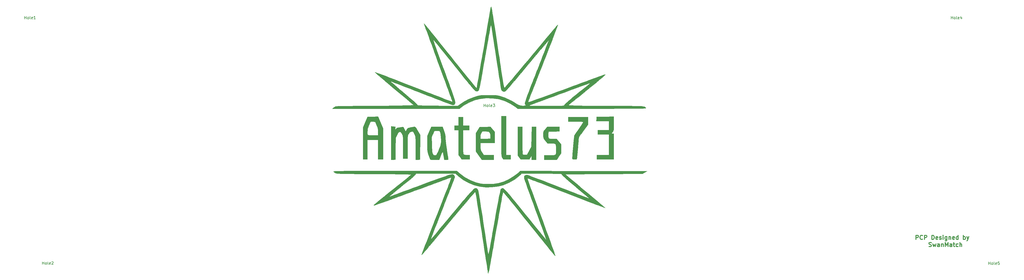
<source format=gto>
G04 #@! TF.GenerationSoftware,KiCad,Pcbnew,5.0.2-bee76a0~70~ubuntu18.04.1*
G04 #@! TF.CreationDate,2020-02-19T03:00:32+09:00*
G04 #@! TF.ProjectId,amatelus73,616d6174-656c-4757-9337-332e6b696361,rev?*
G04 #@! TF.SameCoordinates,Original*
G04 #@! TF.FileFunction,Legend,Top*
G04 #@! TF.FilePolarity,Positive*
%FSLAX46Y46*%
G04 Gerber Fmt 4.6, Leading zero omitted, Abs format (unit mm)*
G04 Created by KiCad (PCBNEW 5.0.2-bee76a0~70~ubuntu18.04.1) date 2020年02月19日 03時00分32秒*
%MOMM*%
%LPD*%
G01*
G04 APERTURE LIST*
%ADD10C,0.300000*%
%ADD11C,0.010000*%
%ADD12C,0.150000*%
G04 APERTURE END LIST*
D10*
X337388571Y-110528571D02*
X337388571Y-109028571D01*
X337960000Y-109028571D01*
X338102857Y-109100000D01*
X338174285Y-109171428D01*
X338245714Y-109314285D01*
X338245714Y-109528571D01*
X338174285Y-109671428D01*
X338102857Y-109742857D01*
X337960000Y-109814285D01*
X337388571Y-109814285D01*
X339745714Y-110385714D02*
X339674285Y-110457142D01*
X339460000Y-110528571D01*
X339317142Y-110528571D01*
X339102857Y-110457142D01*
X338960000Y-110314285D01*
X338888571Y-110171428D01*
X338817142Y-109885714D01*
X338817142Y-109671428D01*
X338888571Y-109385714D01*
X338960000Y-109242857D01*
X339102857Y-109100000D01*
X339317142Y-109028571D01*
X339460000Y-109028571D01*
X339674285Y-109100000D01*
X339745714Y-109171428D01*
X340388571Y-110528571D02*
X340388571Y-109028571D01*
X340960000Y-109028571D01*
X341102857Y-109100000D01*
X341174285Y-109171428D01*
X341245714Y-109314285D01*
X341245714Y-109528571D01*
X341174285Y-109671428D01*
X341102857Y-109742857D01*
X340960000Y-109814285D01*
X340388571Y-109814285D01*
X343031428Y-110528571D02*
X343031428Y-109028571D01*
X343388571Y-109028571D01*
X343602857Y-109100000D01*
X343745714Y-109242857D01*
X343817142Y-109385714D01*
X343888571Y-109671428D01*
X343888571Y-109885714D01*
X343817142Y-110171428D01*
X343745714Y-110314285D01*
X343602857Y-110457142D01*
X343388571Y-110528571D01*
X343031428Y-110528571D01*
X345102857Y-110457142D02*
X344960000Y-110528571D01*
X344674285Y-110528571D01*
X344531428Y-110457142D01*
X344460000Y-110314285D01*
X344460000Y-109742857D01*
X344531428Y-109600000D01*
X344674285Y-109528571D01*
X344960000Y-109528571D01*
X345102857Y-109600000D01*
X345174285Y-109742857D01*
X345174285Y-109885714D01*
X344460000Y-110028571D01*
X345745714Y-110457142D02*
X345888571Y-110528571D01*
X346174285Y-110528571D01*
X346317142Y-110457142D01*
X346388571Y-110314285D01*
X346388571Y-110242857D01*
X346317142Y-110100000D01*
X346174285Y-110028571D01*
X345960000Y-110028571D01*
X345817142Y-109957142D01*
X345745714Y-109814285D01*
X345745714Y-109742857D01*
X345817142Y-109600000D01*
X345960000Y-109528571D01*
X346174285Y-109528571D01*
X346317142Y-109600000D01*
X347031428Y-110528571D02*
X347031428Y-109528571D01*
X347031428Y-109028571D02*
X346960000Y-109100000D01*
X347031428Y-109171428D01*
X347102857Y-109100000D01*
X347031428Y-109028571D01*
X347031428Y-109171428D01*
X348388571Y-109528571D02*
X348388571Y-110742857D01*
X348317142Y-110885714D01*
X348245714Y-110957142D01*
X348102857Y-111028571D01*
X347888571Y-111028571D01*
X347745714Y-110957142D01*
X348388571Y-110457142D02*
X348245714Y-110528571D01*
X347960000Y-110528571D01*
X347817142Y-110457142D01*
X347745714Y-110385714D01*
X347674285Y-110242857D01*
X347674285Y-109814285D01*
X347745714Y-109671428D01*
X347817142Y-109600000D01*
X347960000Y-109528571D01*
X348245714Y-109528571D01*
X348388571Y-109600000D01*
X349102857Y-109528571D02*
X349102857Y-110528571D01*
X349102857Y-109671428D02*
X349174285Y-109600000D01*
X349317142Y-109528571D01*
X349531428Y-109528571D01*
X349674285Y-109600000D01*
X349745714Y-109742857D01*
X349745714Y-110528571D01*
X351031428Y-110457142D02*
X350888571Y-110528571D01*
X350602857Y-110528571D01*
X350460000Y-110457142D01*
X350388571Y-110314285D01*
X350388571Y-109742857D01*
X350460000Y-109600000D01*
X350602857Y-109528571D01*
X350888571Y-109528571D01*
X351031428Y-109600000D01*
X351102857Y-109742857D01*
X351102857Y-109885714D01*
X350388571Y-110028571D01*
X352388571Y-110528571D02*
X352388571Y-109028571D01*
X352388571Y-110457142D02*
X352245714Y-110528571D01*
X351960000Y-110528571D01*
X351817142Y-110457142D01*
X351745714Y-110385714D01*
X351674285Y-110242857D01*
X351674285Y-109814285D01*
X351745714Y-109671428D01*
X351817142Y-109600000D01*
X351960000Y-109528571D01*
X352245714Y-109528571D01*
X352388571Y-109600000D01*
X354245714Y-110528571D02*
X354245714Y-109028571D01*
X354245714Y-109600000D02*
X354388571Y-109528571D01*
X354674285Y-109528571D01*
X354817142Y-109600000D01*
X354888571Y-109671428D01*
X354960000Y-109814285D01*
X354960000Y-110242857D01*
X354888571Y-110385714D01*
X354817142Y-110457142D01*
X354674285Y-110528571D01*
X354388571Y-110528571D01*
X354245714Y-110457142D01*
X355460000Y-109528571D02*
X355817142Y-110528571D01*
X356174285Y-109528571D02*
X355817142Y-110528571D01*
X355674285Y-110885714D01*
X355602857Y-110957142D01*
X355460000Y-111028571D01*
X341995714Y-113007142D02*
X342210000Y-113078571D01*
X342567142Y-113078571D01*
X342710000Y-113007142D01*
X342781428Y-112935714D01*
X342852857Y-112792857D01*
X342852857Y-112650000D01*
X342781428Y-112507142D01*
X342710000Y-112435714D01*
X342567142Y-112364285D01*
X342281428Y-112292857D01*
X342138571Y-112221428D01*
X342067142Y-112150000D01*
X341995714Y-112007142D01*
X341995714Y-111864285D01*
X342067142Y-111721428D01*
X342138571Y-111650000D01*
X342281428Y-111578571D01*
X342638571Y-111578571D01*
X342852857Y-111650000D01*
X343352857Y-112078571D02*
X343638571Y-113078571D01*
X343924285Y-112364285D01*
X344210000Y-113078571D01*
X344495714Y-112078571D01*
X345710000Y-113078571D02*
X345710000Y-112292857D01*
X345638571Y-112150000D01*
X345495714Y-112078571D01*
X345210000Y-112078571D01*
X345067142Y-112150000D01*
X345710000Y-113007142D02*
X345567142Y-113078571D01*
X345210000Y-113078571D01*
X345067142Y-113007142D01*
X344995714Y-112864285D01*
X344995714Y-112721428D01*
X345067142Y-112578571D01*
X345210000Y-112507142D01*
X345567142Y-112507142D01*
X345710000Y-112435714D01*
X346424285Y-112078571D02*
X346424285Y-113078571D01*
X346424285Y-112221428D02*
X346495714Y-112150000D01*
X346638571Y-112078571D01*
X346852857Y-112078571D01*
X346995714Y-112150000D01*
X347067142Y-112292857D01*
X347067142Y-113078571D01*
X347781428Y-113078571D02*
X347781428Y-111578571D01*
X348281428Y-112650000D01*
X348781428Y-111578571D01*
X348781428Y-113078571D01*
X350138571Y-113078571D02*
X350138571Y-112292857D01*
X350067142Y-112150000D01*
X349924285Y-112078571D01*
X349638571Y-112078571D01*
X349495714Y-112150000D01*
X350138571Y-113007142D02*
X349995714Y-113078571D01*
X349638571Y-113078571D01*
X349495714Y-113007142D01*
X349424285Y-112864285D01*
X349424285Y-112721428D01*
X349495714Y-112578571D01*
X349638571Y-112507142D01*
X349995714Y-112507142D01*
X350138571Y-112435714D01*
X350638571Y-112078571D02*
X351210000Y-112078571D01*
X350852857Y-111578571D02*
X350852857Y-112864285D01*
X350924285Y-113007142D01*
X351067142Y-113078571D01*
X351210000Y-113078571D01*
X352352857Y-113007142D02*
X352210000Y-113078571D01*
X351924285Y-113078571D01*
X351781428Y-113007142D01*
X351710000Y-112935714D01*
X351638571Y-112792857D01*
X351638571Y-112364285D01*
X351710000Y-112221428D01*
X351781428Y-112150000D01*
X351924285Y-112078571D01*
X352210000Y-112078571D01*
X352352857Y-112150000D01*
X352995714Y-113078571D02*
X352995714Y-111578571D01*
X353638571Y-113078571D02*
X353638571Y-112292857D01*
X353567142Y-112150000D01*
X353424285Y-112078571D01*
X353210000Y-112078571D01*
X353067142Y-112150000D01*
X352995714Y-112221428D01*
D11*
G04 #@! TO.C,G\002A\002A\002A*
G36*
X186300281Y-27497364D02*
X186338727Y-27665214D01*
X186420114Y-28119099D01*
X186540085Y-28831097D01*
X186694284Y-29773289D01*
X186878357Y-30917750D01*
X187087947Y-32236560D01*
X187318699Y-33701797D01*
X187566256Y-35285539D01*
X187826263Y-36959864D01*
X188094365Y-38696851D01*
X188366205Y-40468578D01*
X188637428Y-42247122D01*
X188903678Y-44004563D01*
X189160599Y-45712978D01*
X189403836Y-47344445D01*
X189539220Y-48260000D01*
X189826021Y-50183989D01*
X190083976Y-51868802D01*
X190311089Y-53302521D01*
X190505361Y-54473226D01*
X190664795Y-55369001D01*
X190787394Y-55977924D01*
X190871160Y-56288079D01*
X190890583Y-56323499D01*
X191053933Y-56293109D01*
X191287055Y-56124183D01*
X191432987Y-55962649D01*
X191766994Y-55574821D01*
X192274119Y-54978501D01*
X192939404Y-54191494D01*
X193747891Y-53231603D01*
X194684623Y-52116632D01*
X195734642Y-50864384D01*
X196882992Y-49492663D01*
X198114713Y-48019272D01*
X199414850Y-46462016D01*
X200768444Y-44838698D01*
X200769770Y-44837107D01*
X202116059Y-43222422D01*
X203403615Y-41679878D01*
X204618061Y-40226604D01*
X205745016Y-38879732D01*
X206770100Y-37656388D01*
X207678934Y-36573705D01*
X208457139Y-35648810D01*
X209090335Y-34898834D01*
X209564142Y-34340906D01*
X209864180Y-33992156D01*
X209976071Y-33869713D01*
X209976415Y-33869748D01*
X209940479Y-34034897D01*
X209795639Y-34473086D01*
X209550199Y-35162282D01*
X209212461Y-36080453D01*
X208790728Y-37205564D01*
X208293303Y-38515582D01*
X207728488Y-39988474D01*
X207104586Y-41602206D01*
X206429901Y-43334744D01*
X205899770Y-44688125D01*
X205619118Y-45404019D01*
X205240785Y-46370800D01*
X204782319Y-47543502D01*
X204261269Y-48877159D01*
X203695185Y-50326806D01*
X203101615Y-51847477D01*
X202498109Y-53394208D01*
X201902214Y-54922032D01*
X201331480Y-56385984D01*
X200803456Y-57741099D01*
X200335690Y-58942411D01*
X200025386Y-59740054D01*
X199768536Y-60420110D01*
X199569504Y-60984919D01*
X199448758Y-61373629D01*
X199425175Y-61524341D01*
X199560544Y-61502943D01*
X199926956Y-61393021D01*
X200531063Y-61192185D01*
X201379520Y-60898044D01*
X202478980Y-60508207D01*
X203836096Y-60020283D01*
X205457523Y-59431881D01*
X207349912Y-58740610D01*
X209519919Y-57944080D01*
X211974196Y-57039898D01*
X214471250Y-56117452D01*
X215686096Y-55668842D01*
X216976240Y-55193571D01*
X218256110Y-54723083D01*
X219440137Y-54288822D01*
X220442750Y-53922233D01*
X220741875Y-53813220D01*
X221754098Y-53443089D01*
X222823157Y-53049341D01*
X223844991Y-52670482D01*
X224715539Y-52345017D01*
X225008235Y-52234563D01*
X225701399Y-51980702D01*
X226289127Y-51781836D01*
X226706615Y-51658808D01*
X226885475Y-51630783D01*
X226815482Y-51741161D01*
X226534450Y-52020024D01*
X226078466Y-52436516D01*
X225483616Y-52959782D01*
X224785985Y-53558967D01*
X224021659Y-54203217D01*
X223226724Y-54861677D01*
X222437266Y-55503491D01*
X221689371Y-56097806D01*
X221377113Y-56340665D01*
X220690333Y-56885894D01*
X219926300Y-57515797D01*
X219242032Y-58100752D01*
X219196545Y-58140750D01*
X218651202Y-58613251D01*
X218136791Y-59044700D01*
X217741776Y-59361320D01*
X217655039Y-59426335D01*
X217039231Y-59881886D01*
X216359236Y-60398533D01*
X215670421Y-60932610D01*
X215028153Y-61440450D01*
X214487798Y-61878386D01*
X214104722Y-62202752D01*
X213953668Y-62345526D01*
X213872214Y-62445357D01*
X213854660Y-62522419D01*
X213936438Y-62581137D01*
X214152977Y-62625937D01*
X214539706Y-62661245D01*
X215132057Y-62691488D01*
X215965459Y-62721092D01*
X217075342Y-62754484D01*
X217273386Y-62760254D01*
X218108968Y-62779685D01*
X219219500Y-62797947D01*
X220562431Y-62814703D01*
X222095213Y-62829618D01*
X223775294Y-62842355D01*
X225560127Y-62852579D01*
X227407160Y-62859953D01*
X229273846Y-62864142D01*
X230538538Y-62865000D01*
X232584369Y-62865248D01*
X234336917Y-62867050D01*
X235820398Y-62871991D01*
X237059029Y-62881656D01*
X238077027Y-62897631D01*
X238898608Y-62921501D01*
X239547989Y-62954851D01*
X240049387Y-62999267D01*
X240427019Y-63056333D01*
X240705100Y-63127635D01*
X240907849Y-63214758D01*
X241059481Y-63319289D01*
X241184214Y-63442811D01*
X241291312Y-63568907D01*
X241299144Y-63603231D01*
X241252970Y-63634276D01*
X241137969Y-63662202D01*
X240939317Y-63687173D01*
X240642192Y-63709351D01*
X240231770Y-63728899D01*
X239693228Y-63745978D01*
X239011743Y-63760751D01*
X238172493Y-63773381D01*
X237160653Y-63784029D01*
X235961402Y-63792858D01*
X234559916Y-63800031D01*
X232941372Y-63805709D01*
X231090947Y-63810055D01*
X228993818Y-63813232D01*
X226635163Y-63815402D01*
X224000157Y-63816726D01*
X221073978Y-63817368D01*
X218592925Y-63817499D01*
X195688225Y-63817500D01*
X194880050Y-63207553D01*
X193001151Y-61975405D01*
X191028319Y-61045663D01*
X188956541Y-60416809D01*
X186780802Y-60087323D01*
X184496088Y-60055686D01*
X184480687Y-60056460D01*
X182449565Y-60276047D01*
X180557698Y-60733787D01*
X178744882Y-61450755D01*
X176950917Y-62448027D01*
X176177910Y-62962982D01*
X174952696Y-63817500D01*
X129786944Y-63817500D01*
X130115757Y-63488686D01*
X130491155Y-63233961D01*
X130985005Y-63036435D01*
X131063847Y-63016224D01*
X131348363Y-62986425D01*
X131915165Y-62958540D01*
X132729043Y-62933233D01*
X133754786Y-62911165D01*
X134957182Y-62892999D01*
X136301022Y-62879400D01*
X137751095Y-62871029D01*
X138906250Y-62868570D01*
X140994773Y-62864819D01*
X143074480Y-62856159D01*
X145121498Y-62843005D01*
X147111954Y-62825775D01*
X149021974Y-62804885D01*
X150827686Y-62780754D01*
X152505216Y-62753798D01*
X154030691Y-62724434D01*
X155380239Y-62693080D01*
X156529985Y-62660152D01*
X157456058Y-62626068D01*
X158134584Y-62591245D01*
X158541690Y-62556100D01*
X158655783Y-62523485D01*
X158519066Y-62394459D01*
X158166521Y-62086186D01*
X157626290Y-61622603D01*
X156926519Y-61027647D01*
X156095350Y-60325256D01*
X155160927Y-59539367D01*
X154256983Y-58782179D01*
X152399213Y-57227784D01*
X150775383Y-55866610D01*
X149374782Y-54689510D01*
X148603270Y-54038723D01*
X150378359Y-54038723D01*
X150482082Y-54150604D01*
X150804378Y-54443318D01*
X151319605Y-54894808D01*
X152002123Y-55483014D01*
X152826288Y-56185878D01*
X153766461Y-56981339D01*
X154796999Y-57847340D01*
X155109412Y-58108788D01*
X156169410Y-59000685D01*
X157151965Y-59838278D01*
X158030322Y-60597943D01*
X158777727Y-61256058D01*
X159367425Y-61789001D01*
X159772664Y-62173149D01*
X159966689Y-62384878D01*
X159979192Y-62408597D01*
X159989582Y-62466555D01*
X160002920Y-62516548D01*
X160041273Y-62559412D01*
X160126706Y-62595982D01*
X160281285Y-62627095D01*
X160527076Y-62653587D01*
X160886145Y-62676293D01*
X161380558Y-62696050D01*
X162032381Y-62713693D01*
X162863680Y-62730059D01*
X163896520Y-62745984D01*
X165152967Y-62762303D01*
X166655088Y-62779853D01*
X168424948Y-62799469D01*
X170484614Y-62821988D01*
X171056524Y-62828269D01*
X174393673Y-62865000D01*
X175501524Y-62050626D01*
X176732347Y-61251900D01*
X178166274Y-60497047D01*
X179689125Y-59841624D01*
X180895625Y-59425933D01*
X181419273Y-59273351D01*
X181875599Y-59161551D01*
X182329389Y-59084234D01*
X182845427Y-59035104D01*
X183488498Y-59007863D01*
X184323386Y-58996214D01*
X185340625Y-58993852D01*
X186415824Y-58996641D01*
X187238418Y-59009187D01*
X187873285Y-59037763D01*
X188385301Y-59088639D01*
X188839341Y-59168086D01*
X189300283Y-59282374D01*
X189785625Y-59423505D01*
X191055071Y-59866657D01*
X192372557Y-60433996D01*
X193630240Y-61073493D01*
X194720273Y-61733114D01*
X195044302Y-61960640D01*
X195944614Y-62508768D01*
X196823275Y-62783514D01*
X197770123Y-62808779D01*
X198087596Y-62770283D01*
X198213557Y-62745937D01*
X199708653Y-62745937D01*
X199861506Y-62772062D01*
X200298048Y-62796206D01*
X200984472Y-62817725D01*
X201886967Y-62835979D01*
X202971728Y-62850326D01*
X204204945Y-62860122D01*
X205552810Y-62864727D01*
X205978125Y-62865000D01*
X207590761Y-62863403D01*
X208912451Y-62858002D01*
X209969737Y-62847881D01*
X210789159Y-62832124D01*
X211397258Y-62809815D01*
X211820576Y-62780038D01*
X212085654Y-62741878D01*
X212219032Y-62694417D01*
X212248750Y-62648598D01*
X212293836Y-62512100D01*
X212441678Y-62310286D01*
X212711151Y-62026610D01*
X213121133Y-61644525D01*
X213690499Y-61147484D01*
X214438124Y-60518942D01*
X215382886Y-59742351D01*
X216543658Y-58801165D01*
X217689517Y-57879236D01*
X218646191Y-57108468D01*
X219515449Y-56402418D01*
X220268303Y-55785084D01*
X220875767Y-55280461D01*
X221308854Y-54912548D01*
X221538578Y-54705341D01*
X221567745Y-54668578D01*
X221408388Y-54702359D01*
X221003309Y-54830863D01*
X220403815Y-55036655D01*
X219661214Y-55302302D01*
X219143227Y-55492455D01*
X216925137Y-56313953D01*
X214752439Y-57117745D01*
X212650172Y-57894616D01*
X210643372Y-58635348D01*
X208757075Y-59330728D01*
X207016318Y-59971537D01*
X205446137Y-60548561D01*
X204071570Y-61052584D01*
X202917653Y-61474389D01*
X202009422Y-61804760D01*
X201371915Y-62034483D01*
X201335840Y-62047352D01*
X200677267Y-62292294D01*
X200146517Y-62509150D01*
X199804822Y-62671635D01*
X199708653Y-62745937D01*
X198213557Y-62745937D01*
X198501375Y-62690307D01*
X198631652Y-62607840D01*
X198538509Y-62518342D01*
X198398237Y-62413735D01*
X198306784Y-62263829D01*
X198271606Y-62042192D01*
X198300159Y-61722389D01*
X198399899Y-61277985D01*
X198578282Y-60682546D01*
X198842763Y-59909638D01*
X199200799Y-58932827D01*
X199659845Y-57725678D01*
X200227358Y-56261757D01*
X200500431Y-55562500D01*
X200954648Y-54399756D01*
X201420069Y-53206062D01*
X201868348Y-52054287D01*
X202271134Y-51017303D01*
X202600078Y-50167979D01*
X202723750Y-49847500D01*
X203139941Y-48769286D01*
X203592552Y-47600617D01*
X204065237Y-46383341D01*
X204541648Y-45159302D01*
X205005438Y-43970347D01*
X205440260Y-42858324D01*
X205829766Y-41865077D01*
X206157610Y-41032453D01*
X206407444Y-40402300D01*
X206562922Y-40016462D01*
X206584191Y-39965312D01*
X206725294Y-39596301D01*
X206777220Y-39387505D01*
X206768628Y-39370000D01*
X206658426Y-39488669D01*
X206361340Y-39831669D01*
X205893826Y-40379488D01*
X205272341Y-41112615D01*
X204513341Y-42011538D01*
X203633283Y-43056745D01*
X202648621Y-44228726D01*
X201575814Y-45507968D01*
X200431317Y-46874961D01*
X199571931Y-47902812D01*
X198367724Y-49342785D01*
X197209534Y-50725605D01*
X196115580Y-52029651D01*
X195104083Y-53233301D01*
X194193265Y-54314934D01*
X193401346Y-55252928D01*
X192746546Y-56025662D01*
X192247087Y-56611514D01*
X191921188Y-56988861D01*
X191812713Y-57110312D01*
X191301445Y-57574382D01*
X190865675Y-57760184D01*
X190453742Y-57680375D01*
X190192734Y-57507187D01*
X190123815Y-57454551D01*
X190063153Y-57403003D01*
X190006950Y-57331221D01*
X189951412Y-57217882D01*
X189892741Y-57041662D01*
X189827141Y-56781239D01*
X189750817Y-56415291D01*
X189659971Y-55922493D01*
X189550807Y-55281524D01*
X189419530Y-54471060D01*
X189262343Y-53469778D01*
X189075450Y-52256356D01*
X188855053Y-50809471D01*
X188597358Y-49107799D01*
X188298568Y-47130018D01*
X188037645Y-45402500D01*
X187679489Y-43037284D01*
X187365113Y-40973110D01*
X187092423Y-39196853D01*
X186859324Y-37695386D01*
X186663721Y-36455584D01*
X186503521Y-35464321D01*
X186376628Y-34708470D01*
X186280947Y-34174906D01*
X186214386Y-33850503D01*
X186174848Y-33722134D01*
X186173524Y-33720607D01*
X186131841Y-33852516D01*
X186046461Y-34250493D01*
X185926501Y-34867528D01*
X185781079Y-35656614D01*
X185619314Y-36570742D01*
X185607551Y-36638562D01*
X185427750Y-37675323D01*
X185209139Y-38933850D01*
X184967545Y-40323144D01*
X184718796Y-41752206D01*
X184478721Y-43130039D01*
X184373108Y-43735625D01*
X184135803Y-45096180D01*
X183862311Y-46664749D01*
X183570896Y-48336545D01*
X183279822Y-50006786D01*
X183007351Y-51570688D01*
X182866235Y-52380872D01*
X182655584Y-53556437D01*
X182449550Y-54643464D01*
X182257236Y-55598608D01*
X182087745Y-56378524D01*
X181950180Y-56939867D01*
X181853642Y-57239293D01*
X181841061Y-57262434D01*
X181465954Y-57570825D01*
X181142098Y-57626250D01*
X180866351Y-57577081D01*
X180568611Y-57400315D01*
X180191245Y-57052061D01*
X179734973Y-56554687D01*
X179544707Y-56339474D01*
X179374300Y-56146065D01*
X179208789Y-55955959D01*
X179033208Y-55750652D01*
X178832594Y-55511642D01*
X178591985Y-55220427D01*
X178296415Y-54858504D01*
X177930921Y-54407370D01*
X177480540Y-53848523D01*
X176930308Y-53163460D01*
X176265261Y-52333679D01*
X175470436Y-51340677D01*
X174530868Y-50165952D01*
X173431594Y-48791001D01*
X172157650Y-47197321D01*
X171333517Y-46166331D01*
X170292866Y-44866758D01*
X169311909Y-43646113D01*
X168408369Y-42526154D01*
X167599967Y-41528638D01*
X166904426Y-40675324D01*
X166339468Y-39987967D01*
X165922816Y-39488327D01*
X165672192Y-39198159D01*
X165603248Y-39131334D01*
X165624967Y-39257617D01*
X165730624Y-39604060D01*
X165923415Y-40179620D01*
X166206532Y-40993250D01*
X166583169Y-42053905D01*
X167056520Y-43370540D01*
X167629779Y-44952108D01*
X168306140Y-46807564D01*
X169088795Y-48945863D01*
X169623516Y-50403125D01*
X170160192Y-51865226D01*
X170608324Y-53088194D01*
X170989170Y-54130802D01*
X171323989Y-55051825D01*
X171634038Y-55910039D01*
X171940576Y-56764217D01*
X172264860Y-57673134D01*
X172628150Y-58695566D01*
X172896342Y-59451875D01*
X173221064Y-60425433D01*
X173410220Y-61154801D01*
X173466123Y-61681787D01*
X173391088Y-62048199D01*
X173187428Y-62295845D01*
X173058282Y-62377627D01*
X172962224Y-62428049D01*
X172863468Y-62464356D01*
X172738807Y-62478592D01*
X172565038Y-62462798D01*
X172318953Y-62409016D01*
X171977348Y-62309289D01*
X171517018Y-62155658D01*
X170914756Y-61940166D01*
X170147358Y-61654855D01*
X169191619Y-61291766D01*
X168024332Y-60842943D01*
X166622292Y-60300427D01*
X164962294Y-59656260D01*
X163750625Y-59185738D01*
X162705509Y-58779131D01*
X161617627Y-58354562D01*
X160577452Y-57947428D01*
X159675456Y-57593129D01*
X159146875Y-57384485D01*
X157334557Y-56668821D01*
X155694296Y-56025397D01*
X154242783Y-55460583D01*
X152996712Y-54980748D01*
X151972775Y-54592261D01*
X151187664Y-54301491D01*
X150658070Y-54114808D01*
X150400687Y-54038580D01*
X150378359Y-54038723D01*
X148603270Y-54038723D01*
X148186699Y-53687337D01*
X147200425Y-52850943D01*
X146405251Y-52171181D01*
X145790465Y-51638903D01*
X145345359Y-51244963D01*
X145059222Y-50980211D01*
X144921344Y-50835502D01*
X144911354Y-50800000D01*
X145048658Y-50836332D01*
X145373233Y-50947600D01*
X145893914Y-51137212D01*
X146619539Y-51408576D01*
X147558944Y-51765099D01*
X148720967Y-52210189D01*
X150114442Y-52747254D01*
X151748208Y-53379700D01*
X153631100Y-54110937D01*
X155771955Y-54944372D01*
X158179610Y-55883412D01*
X160862902Y-56931465D01*
X163830666Y-58091939D01*
X164544375Y-58371178D01*
X166027571Y-58949952D01*
X167424897Y-59492162D01*
X168708499Y-59987217D01*
X169850526Y-60424523D01*
X170823126Y-60793487D01*
X171598445Y-61083518D01*
X172148632Y-61284022D01*
X172445834Y-61384407D01*
X172491202Y-61393468D01*
X172451788Y-61239377D01*
X172322338Y-60849051D01*
X172123798Y-60283726D01*
X171908524Y-59690000D01*
X171624034Y-58914411D01*
X171270882Y-57950002D01*
X170889128Y-56906259D01*
X170518833Y-55892664D01*
X170427296Y-55641875D01*
X169872760Y-54122650D01*
X169248091Y-52411975D01*
X168580989Y-50585666D01*
X167899160Y-48719543D01*
X167230307Y-46889422D01*
X166602132Y-45171122D01*
X166042340Y-43640462D01*
X165815795Y-43021250D01*
X165116750Y-41110154D01*
X164519620Y-39476001D01*
X164016795Y-38097722D01*
X163600662Y-36954248D01*
X163263612Y-36024512D01*
X162998034Y-35287445D01*
X162796315Y-34721978D01*
X162650845Y-34307044D01*
X162554012Y-34021575D01*
X162498207Y-33844501D01*
X162489515Y-33813750D01*
X162381348Y-33416875D01*
X162669111Y-33755987D01*
X162809138Y-33927717D01*
X163133126Y-34329019D01*
X163626474Y-34941712D01*
X164274582Y-35747620D01*
X165062850Y-36728563D01*
X165976678Y-37866363D01*
X167001465Y-39142841D01*
X168122612Y-40539819D01*
X169325518Y-42039118D01*
X170595584Y-43622559D01*
X171912914Y-45265362D01*
X173230434Y-46907398D01*
X174492427Y-48477863D01*
X175684647Y-49959161D01*
X176792845Y-51333700D01*
X177802774Y-52583885D01*
X178700186Y-53692122D01*
X179470834Y-54640816D01*
X180100470Y-55412373D01*
X180574846Y-55989200D01*
X180879715Y-56353703D01*
X181000830Y-56488286D01*
X181001352Y-56488541D01*
X181131266Y-56463194D01*
X181133749Y-56445744D01*
X181160335Y-56262727D01*
X181236585Y-55797440D01*
X181357239Y-55080325D01*
X181517037Y-54141825D01*
X181710717Y-53012382D01*
X181933019Y-51722440D01*
X182178683Y-50302440D01*
X182442448Y-48782825D01*
X182719053Y-47194038D01*
X183003239Y-45566521D01*
X183289744Y-43930718D01*
X183573308Y-42317071D01*
X183672987Y-41751250D01*
X183941066Y-40225600D01*
X184231373Y-38564763D01*
X184528784Y-36855849D01*
X184818174Y-35185970D01*
X185084420Y-33642236D01*
X185312398Y-32311758D01*
X185340501Y-32146875D01*
X185571431Y-30794835D01*
X185756437Y-29724718D01*
X185901966Y-28905295D01*
X186014464Y-28305337D01*
X186100378Y-27893617D01*
X186166153Y-27638906D01*
X186218236Y-27509975D01*
X186263074Y-27475595D01*
X186300281Y-27497364D01*
X186300281Y-27497364D01*
G37*
X186300281Y-27497364D02*
X186338727Y-27665214D01*
X186420114Y-28119099D01*
X186540085Y-28831097D01*
X186694284Y-29773289D01*
X186878357Y-30917750D01*
X187087947Y-32236560D01*
X187318699Y-33701797D01*
X187566256Y-35285539D01*
X187826263Y-36959864D01*
X188094365Y-38696851D01*
X188366205Y-40468578D01*
X188637428Y-42247122D01*
X188903678Y-44004563D01*
X189160599Y-45712978D01*
X189403836Y-47344445D01*
X189539220Y-48260000D01*
X189826021Y-50183989D01*
X190083976Y-51868802D01*
X190311089Y-53302521D01*
X190505361Y-54473226D01*
X190664795Y-55369001D01*
X190787394Y-55977924D01*
X190871160Y-56288079D01*
X190890583Y-56323499D01*
X191053933Y-56293109D01*
X191287055Y-56124183D01*
X191432987Y-55962649D01*
X191766994Y-55574821D01*
X192274119Y-54978501D01*
X192939404Y-54191494D01*
X193747891Y-53231603D01*
X194684623Y-52116632D01*
X195734642Y-50864384D01*
X196882992Y-49492663D01*
X198114713Y-48019272D01*
X199414850Y-46462016D01*
X200768444Y-44838698D01*
X200769770Y-44837107D01*
X202116059Y-43222422D01*
X203403615Y-41679878D01*
X204618061Y-40226604D01*
X205745016Y-38879732D01*
X206770100Y-37656388D01*
X207678934Y-36573705D01*
X208457139Y-35648810D01*
X209090335Y-34898834D01*
X209564142Y-34340906D01*
X209864180Y-33992156D01*
X209976071Y-33869713D01*
X209976415Y-33869748D01*
X209940479Y-34034897D01*
X209795639Y-34473086D01*
X209550199Y-35162282D01*
X209212461Y-36080453D01*
X208790728Y-37205564D01*
X208293303Y-38515582D01*
X207728488Y-39988474D01*
X207104586Y-41602206D01*
X206429901Y-43334744D01*
X205899770Y-44688125D01*
X205619118Y-45404019D01*
X205240785Y-46370800D01*
X204782319Y-47543502D01*
X204261269Y-48877159D01*
X203695185Y-50326806D01*
X203101615Y-51847477D01*
X202498109Y-53394208D01*
X201902214Y-54922032D01*
X201331480Y-56385984D01*
X200803456Y-57741099D01*
X200335690Y-58942411D01*
X200025386Y-59740054D01*
X199768536Y-60420110D01*
X199569504Y-60984919D01*
X199448758Y-61373629D01*
X199425175Y-61524341D01*
X199560544Y-61502943D01*
X199926956Y-61393021D01*
X200531063Y-61192185D01*
X201379520Y-60898044D01*
X202478980Y-60508207D01*
X203836096Y-60020283D01*
X205457523Y-59431881D01*
X207349912Y-58740610D01*
X209519919Y-57944080D01*
X211974196Y-57039898D01*
X214471250Y-56117452D01*
X215686096Y-55668842D01*
X216976240Y-55193571D01*
X218256110Y-54723083D01*
X219440137Y-54288822D01*
X220442750Y-53922233D01*
X220741875Y-53813220D01*
X221754098Y-53443089D01*
X222823157Y-53049341D01*
X223844991Y-52670482D01*
X224715539Y-52345017D01*
X225008235Y-52234563D01*
X225701399Y-51980702D01*
X226289127Y-51781836D01*
X226706615Y-51658808D01*
X226885475Y-51630783D01*
X226815482Y-51741161D01*
X226534450Y-52020024D01*
X226078466Y-52436516D01*
X225483616Y-52959782D01*
X224785985Y-53558967D01*
X224021659Y-54203217D01*
X223226724Y-54861677D01*
X222437266Y-55503491D01*
X221689371Y-56097806D01*
X221377113Y-56340665D01*
X220690333Y-56885894D01*
X219926300Y-57515797D01*
X219242032Y-58100752D01*
X219196545Y-58140750D01*
X218651202Y-58613251D01*
X218136791Y-59044700D01*
X217741776Y-59361320D01*
X217655039Y-59426335D01*
X217039231Y-59881886D01*
X216359236Y-60398533D01*
X215670421Y-60932610D01*
X215028153Y-61440450D01*
X214487798Y-61878386D01*
X214104722Y-62202752D01*
X213953668Y-62345526D01*
X213872214Y-62445357D01*
X213854660Y-62522419D01*
X213936438Y-62581137D01*
X214152977Y-62625937D01*
X214539706Y-62661245D01*
X215132057Y-62691488D01*
X215965459Y-62721092D01*
X217075342Y-62754484D01*
X217273386Y-62760254D01*
X218108968Y-62779685D01*
X219219500Y-62797947D01*
X220562431Y-62814703D01*
X222095213Y-62829618D01*
X223775294Y-62842355D01*
X225560127Y-62852579D01*
X227407160Y-62859953D01*
X229273846Y-62864142D01*
X230538538Y-62865000D01*
X232584369Y-62865248D01*
X234336917Y-62867050D01*
X235820398Y-62871991D01*
X237059029Y-62881656D01*
X238077027Y-62897631D01*
X238898608Y-62921501D01*
X239547989Y-62954851D01*
X240049387Y-62999267D01*
X240427019Y-63056333D01*
X240705100Y-63127635D01*
X240907849Y-63214758D01*
X241059481Y-63319289D01*
X241184214Y-63442811D01*
X241291312Y-63568907D01*
X241299144Y-63603231D01*
X241252970Y-63634276D01*
X241137969Y-63662202D01*
X240939317Y-63687173D01*
X240642192Y-63709351D01*
X240231770Y-63728899D01*
X239693228Y-63745978D01*
X239011743Y-63760751D01*
X238172493Y-63773381D01*
X237160653Y-63784029D01*
X235961402Y-63792858D01*
X234559916Y-63800031D01*
X232941372Y-63805709D01*
X231090947Y-63810055D01*
X228993818Y-63813232D01*
X226635163Y-63815402D01*
X224000157Y-63816726D01*
X221073978Y-63817368D01*
X218592925Y-63817499D01*
X195688225Y-63817500D01*
X194880050Y-63207553D01*
X193001151Y-61975405D01*
X191028319Y-61045663D01*
X188956541Y-60416809D01*
X186780802Y-60087323D01*
X184496088Y-60055686D01*
X184480687Y-60056460D01*
X182449565Y-60276047D01*
X180557698Y-60733787D01*
X178744882Y-61450755D01*
X176950917Y-62448027D01*
X176177910Y-62962982D01*
X174952696Y-63817500D01*
X129786944Y-63817500D01*
X130115757Y-63488686D01*
X130491155Y-63233961D01*
X130985005Y-63036435D01*
X131063847Y-63016224D01*
X131348363Y-62986425D01*
X131915165Y-62958540D01*
X132729043Y-62933233D01*
X133754786Y-62911165D01*
X134957182Y-62892999D01*
X136301022Y-62879400D01*
X137751095Y-62871029D01*
X138906250Y-62868570D01*
X140994773Y-62864819D01*
X143074480Y-62856159D01*
X145121498Y-62843005D01*
X147111954Y-62825775D01*
X149021974Y-62804885D01*
X150827686Y-62780754D01*
X152505216Y-62753798D01*
X154030691Y-62724434D01*
X155380239Y-62693080D01*
X156529985Y-62660152D01*
X157456058Y-62626068D01*
X158134584Y-62591245D01*
X158541690Y-62556100D01*
X158655783Y-62523485D01*
X158519066Y-62394459D01*
X158166521Y-62086186D01*
X157626290Y-61622603D01*
X156926519Y-61027647D01*
X156095350Y-60325256D01*
X155160927Y-59539367D01*
X154256983Y-58782179D01*
X152399213Y-57227784D01*
X150775383Y-55866610D01*
X149374782Y-54689510D01*
X148603270Y-54038723D01*
X150378359Y-54038723D01*
X150482082Y-54150604D01*
X150804378Y-54443318D01*
X151319605Y-54894808D01*
X152002123Y-55483014D01*
X152826288Y-56185878D01*
X153766461Y-56981339D01*
X154796999Y-57847340D01*
X155109412Y-58108788D01*
X156169410Y-59000685D01*
X157151965Y-59838278D01*
X158030322Y-60597943D01*
X158777727Y-61256058D01*
X159367425Y-61789001D01*
X159772664Y-62173149D01*
X159966689Y-62384878D01*
X159979192Y-62408597D01*
X159989582Y-62466555D01*
X160002920Y-62516548D01*
X160041273Y-62559412D01*
X160126706Y-62595982D01*
X160281285Y-62627095D01*
X160527076Y-62653587D01*
X160886145Y-62676293D01*
X161380558Y-62696050D01*
X162032381Y-62713693D01*
X162863680Y-62730059D01*
X163896520Y-62745984D01*
X165152967Y-62762303D01*
X166655088Y-62779853D01*
X168424948Y-62799469D01*
X170484614Y-62821988D01*
X171056524Y-62828269D01*
X174393673Y-62865000D01*
X175501524Y-62050626D01*
X176732347Y-61251900D01*
X178166274Y-60497047D01*
X179689125Y-59841624D01*
X180895625Y-59425933D01*
X181419273Y-59273351D01*
X181875599Y-59161551D01*
X182329389Y-59084234D01*
X182845427Y-59035104D01*
X183488498Y-59007863D01*
X184323386Y-58996214D01*
X185340625Y-58993852D01*
X186415824Y-58996641D01*
X187238418Y-59009187D01*
X187873285Y-59037763D01*
X188385301Y-59088639D01*
X188839341Y-59168086D01*
X189300283Y-59282374D01*
X189785625Y-59423505D01*
X191055071Y-59866657D01*
X192372557Y-60433996D01*
X193630240Y-61073493D01*
X194720273Y-61733114D01*
X195044302Y-61960640D01*
X195944614Y-62508768D01*
X196823275Y-62783514D01*
X197770123Y-62808779D01*
X198087596Y-62770283D01*
X198213557Y-62745937D01*
X199708653Y-62745937D01*
X199861506Y-62772062D01*
X200298048Y-62796206D01*
X200984472Y-62817725D01*
X201886967Y-62835979D01*
X202971728Y-62850326D01*
X204204945Y-62860122D01*
X205552810Y-62864727D01*
X205978125Y-62865000D01*
X207590761Y-62863403D01*
X208912451Y-62858002D01*
X209969737Y-62847881D01*
X210789159Y-62832124D01*
X211397258Y-62809815D01*
X211820576Y-62780038D01*
X212085654Y-62741878D01*
X212219032Y-62694417D01*
X212248750Y-62648598D01*
X212293836Y-62512100D01*
X212441678Y-62310286D01*
X212711151Y-62026610D01*
X213121133Y-61644525D01*
X213690499Y-61147484D01*
X214438124Y-60518942D01*
X215382886Y-59742351D01*
X216543658Y-58801165D01*
X217689517Y-57879236D01*
X218646191Y-57108468D01*
X219515449Y-56402418D01*
X220268303Y-55785084D01*
X220875767Y-55280461D01*
X221308854Y-54912548D01*
X221538578Y-54705341D01*
X221567745Y-54668578D01*
X221408388Y-54702359D01*
X221003309Y-54830863D01*
X220403815Y-55036655D01*
X219661214Y-55302302D01*
X219143227Y-55492455D01*
X216925137Y-56313953D01*
X214752439Y-57117745D01*
X212650172Y-57894616D01*
X210643372Y-58635348D01*
X208757075Y-59330728D01*
X207016318Y-59971537D01*
X205446137Y-60548561D01*
X204071570Y-61052584D01*
X202917653Y-61474389D01*
X202009422Y-61804760D01*
X201371915Y-62034483D01*
X201335840Y-62047352D01*
X200677267Y-62292294D01*
X200146517Y-62509150D01*
X199804822Y-62671635D01*
X199708653Y-62745937D01*
X198213557Y-62745937D01*
X198501375Y-62690307D01*
X198631652Y-62607840D01*
X198538509Y-62518342D01*
X198398237Y-62413735D01*
X198306784Y-62263829D01*
X198271606Y-62042192D01*
X198300159Y-61722389D01*
X198399899Y-61277985D01*
X198578282Y-60682546D01*
X198842763Y-59909638D01*
X199200799Y-58932827D01*
X199659845Y-57725678D01*
X200227358Y-56261757D01*
X200500431Y-55562500D01*
X200954648Y-54399756D01*
X201420069Y-53206062D01*
X201868348Y-52054287D01*
X202271134Y-51017303D01*
X202600078Y-50167979D01*
X202723750Y-49847500D01*
X203139941Y-48769286D01*
X203592552Y-47600617D01*
X204065237Y-46383341D01*
X204541648Y-45159302D01*
X205005438Y-43970347D01*
X205440260Y-42858324D01*
X205829766Y-41865077D01*
X206157610Y-41032453D01*
X206407444Y-40402300D01*
X206562922Y-40016462D01*
X206584191Y-39965312D01*
X206725294Y-39596301D01*
X206777220Y-39387505D01*
X206768628Y-39370000D01*
X206658426Y-39488669D01*
X206361340Y-39831669D01*
X205893826Y-40379488D01*
X205272341Y-41112615D01*
X204513341Y-42011538D01*
X203633283Y-43056745D01*
X202648621Y-44228726D01*
X201575814Y-45507968D01*
X200431317Y-46874961D01*
X199571931Y-47902812D01*
X198367724Y-49342785D01*
X197209534Y-50725605D01*
X196115580Y-52029651D01*
X195104083Y-53233301D01*
X194193265Y-54314934D01*
X193401346Y-55252928D01*
X192746546Y-56025662D01*
X192247087Y-56611514D01*
X191921188Y-56988861D01*
X191812713Y-57110312D01*
X191301445Y-57574382D01*
X190865675Y-57760184D01*
X190453742Y-57680375D01*
X190192734Y-57507187D01*
X190123815Y-57454551D01*
X190063153Y-57403003D01*
X190006950Y-57331221D01*
X189951412Y-57217882D01*
X189892741Y-57041662D01*
X189827141Y-56781239D01*
X189750817Y-56415291D01*
X189659971Y-55922493D01*
X189550807Y-55281524D01*
X189419530Y-54471060D01*
X189262343Y-53469778D01*
X189075450Y-52256356D01*
X188855053Y-50809471D01*
X188597358Y-49107799D01*
X188298568Y-47130018D01*
X188037645Y-45402500D01*
X187679489Y-43037284D01*
X187365113Y-40973110D01*
X187092423Y-39196853D01*
X186859324Y-37695386D01*
X186663721Y-36455584D01*
X186503521Y-35464321D01*
X186376628Y-34708470D01*
X186280947Y-34174906D01*
X186214386Y-33850503D01*
X186174848Y-33722134D01*
X186173524Y-33720607D01*
X186131841Y-33852516D01*
X186046461Y-34250493D01*
X185926501Y-34867528D01*
X185781079Y-35656614D01*
X185619314Y-36570742D01*
X185607551Y-36638562D01*
X185427750Y-37675323D01*
X185209139Y-38933850D01*
X184967545Y-40323144D01*
X184718796Y-41752206D01*
X184478721Y-43130039D01*
X184373108Y-43735625D01*
X184135803Y-45096180D01*
X183862311Y-46664749D01*
X183570896Y-48336545D01*
X183279822Y-50006786D01*
X183007351Y-51570688D01*
X182866235Y-52380872D01*
X182655584Y-53556437D01*
X182449550Y-54643464D01*
X182257236Y-55598608D01*
X182087745Y-56378524D01*
X181950180Y-56939867D01*
X181853642Y-57239293D01*
X181841061Y-57262434D01*
X181465954Y-57570825D01*
X181142098Y-57626250D01*
X180866351Y-57577081D01*
X180568611Y-57400315D01*
X180191245Y-57052061D01*
X179734973Y-56554687D01*
X179544707Y-56339474D01*
X179374300Y-56146065D01*
X179208789Y-55955959D01*
X179033208Y-55750652D01*
X178832594Y-55511642D01*
X178591985Y-55220427D01*
X178296415Y-54858504D01*
X177930921Y-54407370D01*
X177480540Y-53848523D01*
X176930308Y-53163460D01*
X176265261Y-52333679D01*
X175470436Y-51340677D01*
X174530868Y-50165952D01*
X173431594Y-48791001D01*
X172157650Y-47197321D01*
X171333517Y-46166331D01*
X170292866Y-44866758D01*
X169311909Y-43646113D01*
X168408369Y-42526154D01*
X167599967Y-41528638D01*
X166904426Y-40675324D01*
X166339468Y-39987967D01*
X165922816Y-39488327D01*
X165672192Y-39198159D01*
X165603248Y-39131334D01*
X165624967Y-39257617D01*
X165730624Y-39604060D01*
X165923415Y-40179620D01*
X166206532Y-40993250D01*
X166583169Y-42053905D01*
X167056520Y-43370540D01*
X167629779Y-44952108D01*
X168306140Y-46807564D01*
X169088795Y-48945863D01*
X169623516Y-50403125D01*
X170160192Y-51865226D01*
X170608324Y-53088194D01*
X170989170Y-54130802D01*
X171323989Y-55051825D01*
X171634038Y-55910039D01*
X171940576Y-56764217D01*
X172264860Y-57673134D01*
X172628150Y-58695566D01*
X172896342Y-59451875D01*
X173221064Y-60425433D01*
X173410220Y-61154801D01*
X173466123Y-61681787D01*
X173391088Y-62048199D01*
X173187428Y-62295845D01*
X173058282Y-62377627D01*
X172962224Y-62428049D01*
X172863468Y-62464356D01*
X172738807Y-62478592D01*
X172565038Y-62462798D01*
X172318953Y-62409016D01*
X171977348Y-62309289D01*
X171517018Y-62155658D01*
X170914756Y-61940166D01*
X170147358Y-61654855D01*
X169191619Y-61291766D01*
X168024332Y-60842943D01*
X166622292Y-60300427D01*
X164962294Y-59656260D01*
X163750625Y-59185738D01*
X162705509Y-58779131D01*
X161617627Y-58354562D01*
X160577452Y-57947428D01*
X159675456Y-57593129D01*
X159146875Y-57384485D01*
X157334557Y-56668821D01*
X155694296Y-56025397D01*
X154242783Y-55460583D01*
X152996712Y-54980748D01*
X151972775Y-54592261D01*
X151187664Y-54301491D01*
X150658070Y-54114808D01*
X150400687Y-54038580D01*
X150378359Y-54038723D01*
X148603270Y-54038723D01*
X148186699Y-53687337D01*
X147200425Y-52850943D01*
X146405251Y-52171181D01*
X145790465Y-51638903D01*
X145345359Y-51244963D01*
X145059222Y-50980211D01*
X144921344Y-50835502D01*
X144911354Y-50800000D01*
X145048658Y-50836332D01*
X145373233Y-50947600D01*
X145893914Y-51137212D01*
X146619539Y-51408576D01*
X147558944Y-51765099D01*
X148720967Y-52210189D01*
X150114442Y-52747254D01*
X151748208Y-53379700D01*
X153631100Y-54110937D01*
X155771955Y-54944372D01*
X158179610Y-55883412D01*
X160862902Y-56931465D01*
X163830666Y-58091939D01*
X164544375Y-58371178D01*
X166027571Y-58949952D01*
X167424897Y-59492162D01*
X168708499Y-59987217D01*
X169850526Y-60424523D01*
X170823126Y-60793487D01*
X171598445Y-61083518D01*
X172148632Y-61284022D01*
X172445834Y-61384407D01*
X172491202Y-61393468D01*
X172451788Y-61239377D01*
X172322338Y-60849051D01*
X172123798Y-60283726D01*
X171908524Y-59690000D01*
X171624034Y-58914411D01*
X171270882Y-57950002D01*
X170889128Y-56906259D01*
X170518833Y-55892664D01*
X170427296Y-55641875D01*
X169872760Y-54122650D01*
X169248091Y-52411975D01*
X168580989Y-50585666D01*
X167899160Y-48719543D01*
X167230307Y-46889422D01*
X166602132Y-45171122D01*
X166042340Y-43640462D01*
X165815795Y-43021250D01*
X165116750Y-41110154D01*
X164519620Y-39476001D01*
X164016795Y-38097722D01*
X163600662Y-36954248D01*
X163263612Y-36024512D01*
X162998034Y-35287445D01*
X162796315Y-34721978D01*
X162650845Y-34307044D01*
X162554012Y-34021575D01*
X162498207Y-33844501D01*
X162489515Y-33813750D01*
X162381348Y-33416875D01*
X162669111Y-33755987D01*
X162809138Y-33927717D01*
X163133126Y-34329019D01*
X163626474Y-34941712D01*
X164274582Y-35747620D01*
X165062850Y-36728563D01*
X165976678Y-37866363D01*
X167001465Y-39142841D01*
X168122612Y-40539819D01*
X169325518Y-42039118D01*
X170595584Y-43622559D01*
X171912914Y-45265362D01*
X173230434Y-46907398D01*
X174492427Y-48477863D01*
X175684647Y-49959161D01*
X176792845Y-51333700D01*
X177802774Y-52583885D01*
X178700186Y-53692122D01*
X179470834Y-54640816D01*
X180100470Y-55412373D01*
X180574846Y-55989200D01*
X180879715Y-56353703D01*
X181000830Y-56488286D01*
X181001352Y-56488541D01*
X181131266Y-56463194D01*
X181133749Y-56445744D01*
X181160335Y-56262727D01*
X181236585Y-55797440D01*
X181357239Y-55080325D01*
X181517037Y-54141825D01*
X181710717Y-53012382D01*
X181933019Y-51722440D01*
X182178683Y-50302440D01*
X182442448Y-48782825D01*
X182719053Y-47194038D01*
X183003239Y-45566521D01*
X183289744Y-43930718D01*
X183573308Y-42317071D01*
X183672987Y-41751250D01*
X183941066Y-40225600D01*
X184231373Y-38564763D01*
X184528784Y-36855849D01*
X184818174Y-35185970D01*
X185084420Y-33642236D01*
X185312398Y-32311758D01*
X185340501Y-32146875D01*
X185571431Y-30794835D01*
X185756437Y-29724718D01*
X185901966Y-28905295D01*
X186014464Y-28305337D01*
X186100378Y-27893617D01*
X186166153Y-27638906D01*
X186218236Y-27509975D01*
X186263074Y-27475595D01*
X186300281Y-27497364D01*
G36*
X229870000Y-69142789D02*
X229868131Y-70081887D01*
X229857292Y-70760498D01*
X229829635Y-71235632D01*
X229777311Y-71564300D01*
X229692472Y-71803512D01*
X229567268Y-72010278D01*
X229454283Y-72162467D01*
X229038566Y-72707500D01*
X229870000Y-72707500D01*
X229870000Y-81915000D01*
X223837500Y-81915000D01*
X223837500Y-80327500D01*
X228123750Y-80327500D01*
X228123750Y-73025000D01*
X224155000Y-73025000D01*
X224155000Y-71437500D01*
X228123750Y-71437500D01*
X228123750Y-68262500D01*
X223661353Y-68262500D01*
X223709739Y-67508437D01*
X223758125Y-66754375D01*
X226814062Y-66711259D01*
X229870000Y-66668144D01*
X229870000Y-69142789D01*
X229870000Y-69142789D01*
G37*
X229870000Y-69142789D02*
X229868131Y-70081887D01*
X229857292Y-70760498D01*
X229829635Y-71235632D01*
X229777311Y-71564300D01*
X229692472Y-71803512D01*
X229567268Y-72010278D01*
X229454283Y-72162467D01*
X229038566Y-72707500D01*
X229870000Y-72707500D01*
X229870000Y-81915000D01*
X223837500Y-81915000D01*
X223837500Y-80327500D01*
X228123750Y-80327500D01*
X228123750Y-73025000D01*
X224155000Y-73025000D01*
X224155000Y-71437500D01*
X228123750Y-71437500D01*
X228123750Y-68262500D01*
X223661353Y-68262500D01*
X223709739Y-67508437D01*
X223758125Y-66754375D01*
X226814062Y-66711259D01*
X229870000Y-66668144D01*
X229870000Y-69142789D01*
G36*
X220662500Y-69565290D02*
X219100811Y-71731707D01*
X218576573Y-72460930D01*
X218115801Y-73105618D01*
X217751392Y-73619447D01*
X217516243Y-73956089D01*
X217445174Y-74063220D01*
X217404452Y-74265804D01*
X217345773Y-74734311D01*
X217274374Y-75418012D01*
X217195495Y-76266179D01*
X217114373Y-77228082D01*
X217100918Y-77396970D01*
X217018723Y-78415525D01*
X216938557Y-79369209D01*
X216865860Y-80196238D01*
X216806075Y-80834831D01*
X216764642Y-81223204D01*
X216762453Y-81240312D01*
X216674295Y-81915000D01*
X215890272Y-81915000D01*
X215421884Y-81900743D01*
X215189536Y-81832352D01*
X215112159Y-81671394D01*
X215106250Y-81543323D01*
X215119545Y-81249014D01*
X215156385Y-80708900D01*
X215212201Y-79975798D01*
X215282427Y-79102522D01*
X215362492Y-78141889D01*
X215447830Y-77146713D01*
X215533871Y-76169810D01*
X215616049Y-75263995D01*
X215689793Y-74482084D01*
X215750537Y-73876893D01*
X215793713Y-73501235D01*
X215810134Y-73405325D01*
X215920681Y-73223125D01*
X216186249Y-72832313D01*
X216573831Y-72280112D01*
X217050416Y-71613745D01*
X217394263Y-71139043D01*
X217909085Y-70413190D01*
X218349445Y-69756904D01*
X218683321Y-69220773D01*
X218878690Y-68855386D01*
X218916250Y-68734655D01*
X218900951Y-68618970D01*
X218825076Y-68535892D01*
X218643658Y-68480042D01*
X218311729Y-68446038D01*
X217784320Y-68428501D01*
X217016464Y-68422050D01*
X216296875Y-68421250D01*
X213677500Y-68421250D01*
X213677500Y-66833750D01*
X220662500Y-66833750D01*
X220662500Y-69565290D01*
X220662500Y-69565290D01*
G37*
X220662500Y-69565290D02*
X219100811Y-71731707D01*
X218576573Y-72460930D01*
X218115801Y-73105618D01*
X217751392Y-73619447D01*
X217516243Y-73956089D01*
X217445174Y-74063220D01*
X217404452Y-74265804D01*
X217345773Y-74734311D01*
X217274374Y-75418012D01*
X217195495Y-76266179D01*
X217114373Y-77228082D01*
X217100918Y-77396970D01*
X217018723Y-78415525D01*
X216938557Y-79369209D01*
X216865860Y-80196238D01*
X216806075Y-80834831D01*
X216764642Y-81223204D01*
X216762453Y-81240312D01*
X216674295Y-81915000D01*
X215890272Y-81915000D01*
X215421884Y-81900743D01*
X215189536Y-81832352D01*
X215112159Y-81671394D01*
X215106250Y-81543323D01*
X215119545Y-81249014D01*
X215156385Y-80708900D01*
X215212201Y-79975798D01*
X215282427Y-79102522D01*
X215362492Y-78141889D01*
X215447830Y-77146713D01*
X215533871Y-76169810D01*
X215616049Y-75263995D01*
X215689793Y-74482084D01*
X215750537Y-73876893D01*
X215793713Y-73501235D01*
X215810134Y-73405325D01*
X215920681Y-73223125D01*
X216186249Y-72832313D01*
X216573831Y-72280112D01*
X217050416Y-71613745D01*
X217394263Y-71139043D01*
X217909085Y-70413190D01*
X218349445Y-69756904D01*
X218683321Y-69220773D01*
X218878690Y-68855386D01*
X218916250Y-68734655D01*
X218900951Y-68618970D01*
X218825076Y-68535892D01*
X218643658Y-68480042D01*
X218311729Y-68446038D01*
X217784320Y-68428501D01*
X217016464Y-68422050D01*
X216296875Y-68421250D01*
X213677500Y-68421250D01*
X213677500Y-66833750D01*
X220662500Y-66833750D01*
X220662500Y-69565290D01*
G36*
X191611250Y-80327500D02*
X193198750Y-80327500D01*
X193198750Y-81915000D01*
X191889062Y-81913034D01*
X190579375Y-81911069D01*
X190222187Y-81359636D01*
X190137681Y-81224519D01*
X190067681Y-81084269D01*
X190010820Y-80909454D01*
X189965732Y-80670640D01*
X189931052Y-80338397D01*
X189905415Y-79883291D01*
X189887453Y-79275891D01*
X189875802Y-78486764D01*
X189869095Y-77486477D01*
X189865968Y-76245599D01*
X189865054Y-74734697D01*
X189865000Y-73662226D01*
X189865000Y-66516250D01*
X191611250Y-66516250D01*
X191611250Y-80327500D01*
X191611250Y-80327500D01*
G37*
X191611250Y-80327500D02*
X193198750Y-80327500D01*
X193198750Y-81915000D01*
X191889062Y-81913034D01*
X190579375Y-81911069D01*
X190222187Y-81359636D01*
X190137681Y-81224519D01*
X190067681Y-81084269D01*
X190010820Y-80909454D01*
X189965732Y-80670640D01*
X189931052Y-80338397D01*
X189905415Y-79883291D01*
X189887453Y-79275891D01*
X189875802Y-78486764D01*
X189869095Y-77486477D01*
X189865968Y-76245599D01*
X189865054Y-74734697D01*
X189865000Y-73662226D01*
X189865000Y-66516250D01*
X191611250Y-66516250D01*
X191611250Y-80327500D01*
G36*
X176212500Y-69850000D02*
X178435000Y-69850000D01*
X178435000Y-71437500D01*
X176212500Y-71437500D01*
X176212500Y-75575436D01*
X176218935Y-76910479D01*
X176237592Y-78043118D01*
X176267493Y-78946958D01*
X176307664Y-79595604D01*
X176357128Y-79962660D01*
X176376835Y-80020436D01*
X176522889Y-80192411D01*
X176781895Y-80286539D01*
X177234910Y-80323725D01*
X177567460Y-80327500D01*
X178593750Y-80327500D01*
X178593750Y-81915000D01*
X175763291Y-81915000D01*
X175194145Y-81139668D01*
X174625000Y-80364337D01*
X174625000Y-71437500D01*
X173196250Y-71437500D01*
X173196250Y-69850000D01*
X174625000Y-69850000D01*
X174625000Y-66833750D01*
X176212500Y-66833750D01*
X176212500Y-69850000D01*
X176212500Y-69850000D01*
G37*
X176212500Y-69850000D02*
X178435000Y-69850000D01*
X178435000Y-71437500D01*
X176212500Y-71437500D01*
X176212500Y-75575436D01*
X176218935Y-76910479D01*
X176237592Y-78043118D01*
X176267493Y-78946958D01*
X176307664Y-79595604D01*
X176357128Y-79962660D01*
X176376835Y-80020436D01*
X176522889Y-80192411D01*
X176781895Y-80286539D01*
X177234910Y-80323725D01*
X177567460Y-80327500D01*
X178593750Y-80327500D01*
X178593750Y-81915000D01*
X175763291Y-81915000D01*
X175194145Y-81139668D01*
X174625000Y-80364337D01*
X174625000Y-71437500D01*
X173196250Y-71437500D01*
X173196250Y-69850000D01*
X174625000Y-69850000D01*
X174625000Y-66833750D01*
X176212500Y-66833750D01*
X176212500Y-69850000D01*
G36*
X147803174Y-70881875D02*
X147799712Y-76398437D01*
X147796250Y-81915000D01*
X146050000Y-81915000D01*
X146050000Y-74930000D01*
X142240000Y-74930000D01*
X142240000Y-81915000D01*
X140652500Y-81915000D01*
X140656028Y-76239687D01*
X140658610Y-72085729D01*
X142238709Y-72085729D01*
X142254365Y-72635348D01*
X142294034Y-73051332D01*
X142345833Y-73236666D01*
X142538144Y-73278869D01*
X142979757Y-73313080D01*
X143602503Y-73335511D01*
X144250833Y-73342500D01*
X146050000Y-73342500D01*
X146050000Y-72167203D01*
X146025277Y-71475283D01*
X145930218Y-70891872D01*
X145733481Y-70274017D01*
X145519248Y-69746265D01*
X144988497Y-68500625D01*
X144198244Y-68453625D01*
X143407990Y-68406625D01*
X142822704Y-69723625D01*
X142516958Y-70458162D01*
X142337701Y-71036823D01*
X142255144Y-71580105D01*
X142238709Y-72085729D01*
X140658610Y-72085729D01*
X140659556Y-70564375D01*
X141491848Y-68659375D01*
X142324141Y-66754375D01*
X144157383Y-66709906D01*
X145990626Y-66665437D01*
X147803174Y-70881875D01*
X147803174Y-70881875D01*
G37*
X147803174Y-70881875D02*
X147799712Y-76398437D01*
X147796250Y-81915000D01*
X146050000Y-81915000D01*
X146050000Y-74930000D01*
X142240000Y-74930000D01*
X142240000Y-81915000D01*
X140652500Y-81915000D01*
X140656028Y-76239687D01*
X140658610Y-72085729D01*
X142238709Y-72085729D01*
X142254365Y-72635348D01*
X142294034Y-73051332D01*
X142345833Y-73236666D01*
X142538144Y-73278869D01*
X142979757Y-73313080D01*
X143602503Y-73335511D01*
X144250833Y-73342500D01*
X146050000Y-73342500D01*
X146050000Y-72167203D01*
X146025277Y-71475283D01*
X145930218Y-70891872D01*
X145733481Y-70274017D01*
X145519248Y-69746265D01*
X144988497Y-68500625D01*
X144198244Y-68453625D01*
X143407990Y-68406625D01*
X142822704Y-69723625D01*
X142516958Y-70458162D01*
X142337701Y-71036823D01*
X142255144Y-71580105D01*
X142238709Y-72085729D01*
X140658610Y-72085729D01*
X140659556Y-70564375D01*
X141491848Y-68659375D01*
X142324141Y-66754375D01*
X144157383Y-66709906D01*
X145990626Y-66665437D01*
X147803174Y-70881875D01*
G36*
X210502500Y-71903977D02*
X208557812Y-71948551D01*
X206613125Y-71993125D01*
X206565858Y-73078976D01*
X206567008Y-73748574D01*
X206630596Y-74219107D01*
X206704359Y-74388664D01*
X206930320Y-74513664D01*
X207381723Y-74586086D01*
X208100711Y-74612183D01*
X208212855Y-74612500D01*
X209535585Y-74612500D01*
X210336542Y-75602390D01*
X211137500Y-76592280D01*
X211137500Y-79751306D01*
X210383437Y-80910478D01*
X209629375Y-82069649D01*
X207367187Y-82071699D01*
X205105000Y-82073750D01*
X205105000Y-80486250D01*
X207000998Y-80486250D01*
X207917557Y-80478210D01*
X208563688Y-80424910D01*
X208986458Y-80282580D01*
X209232935Y-80007447D01*
X209350187Y-79555741D01*
X209385282Y-78883691D01*
X209386201Y-78268114D01*
X209372355Y-77425792D01*
X209308680Y-76850108D01*
X209152029Y-76490270D01*
X208859257Y-76295485D01*
X208387216Y-76214963D01*
X207692760Y-76197910D01*
X207627498Y-76197768D01*
X206295625Y-76195537D01*
X205541562Y-75288459D01*
X205158696Y-74816462D01*
X204933995Y-74467247D01*
X204825310Y-74123216D01*
X204790492Y-73666766D01*
X204787500Y-73184525D01*
X204794444Y-72568926D01*
X204842351Y-72157516D01*
X204971833Y-71836981D01*
X205223500Y-71494011D01*
X205514185Y-71156960D01*
X206240871Y-70326250D01*
X210502500Y-70326250D01*
X210502500Y-71903977D01*
X210502500Y-71903977D01*
G37*
X210502500Y-71903977D02*
X208557812Y-71948551D01*
X206613125Y-71993125D01*
X206565858Y-73078976D01*
X206567008Y-73748574D01*
X206630596Y-74219107D01*
X206704359Y-74388664D01*
X206930320Y-74513664D01*
X207381723Y-74586086D01*
X208100711Y-74612183D01*
X208212855Y-74612500D01*
X209535585Y-74612500D01*
X210336542Y-75602390D01*
X211137500Y-76592280D01*
X211137500Y-79751306D01*
X210383437Y-80910478D01*
X209629375Y-82069649D01*
X207367187Y-82071699D01*
X205105000Y-82073750D01*
X205105000Y-80486250D01*
X207000998Y-80486250D01*
X207917557Y-80478210D01*
X208563688Y-80424910D01*
X208986458Y-80282580D01*
X209232935Y-80007447D01*
X209350187Y-79555741D01*
X209385282Y-78883691D01*
X209386201Y-78268114D01*
X209372355Y-77425792D01*
X209308680Y-76850108D01*
X209152029Y-76490270D01*
X208859257Y-76295485D01*
X208387216Y-76214963D01*
X207692760Y-76197910D01*
X207627498Y-76197768D01*
X206295625Y-76195537D01*
X205541562Y-75288459D01*
X205158696Y-74816462D01*
X204933995Y-74467247D01*
X204825310Y-74123216D01*
X204790492Y-73666766D01*
X204787500Y-73184525D01*
X204794444Y-72568926D01*
X204842351Y-72157516D01*
X204971833Y-71836981D01*
X205223500Y-71494011D01*
X205514185Y-71156960D01*
X206240871Y-70326250D01*
X210502500Y-70326250D01*
X210502500Y-71903977D01*
G36*
X197328680Y-75128437D02*
X197333528Y-76338906D01*
X197346076Y-77451155D01*
X197365222Y-78424270D01*
X197389868Y-79217338D01*
X197418912Y-79789448D01*
X197451254Y-80099685D01*
X197463477Y-80139360D01*
X197731139Y-80279347D01*
X198260428Y-80300398D01*
X198294483Y-80298110D01*
X198993125Y-80248125D01*
X200572807Y-77390625D01*
X200624845Y-73858437D01*
X200676883Y-70326250D01*
X202247500Y-70326250D01*
X202247500Y-82073750D01*
X200660000Y-82073750D01*
X200652608Y-81240312D01*
X200645216Y-80406875D01*
X200252690Y-81160937D01*
X199860164Y-81915000D01*
X198315394Y-81908808D01*
X196770625Y-81902617D01*
X196254687Y-81201107D01*
X195738750Y-80499598D01*
X195738750Y-70326250D01*
X197326250Y-70326250D01*
X197328680Y-75128437D01*
X197328680Y-75128437D01*
G37*
X197328680Y-75128437D02*
X197333528Y-76338906D01*
X197346076Y-77451155D01*
X197365222Y-78424270D01*
X197389868Y-79217338D01*
X197418912Y-79789448D01*
X197451254Y-80099685D01*
X197463477Y-80139360D01*
X197731139Y-80279347D01*
X198260428Y-80300398D01*
X198294483Y-80298110D01*
X198993125Y-80248125D01*
X200572807Y-77390625D01*
X200624845Y-73858437D01*
X200676883Y-70326250D01*
X202247500Y-70326250D01*
X202247500Y-82073750D01*
X200660000Y-82073750D01*
X200652608Y-81240312D01*
X200645216Y-80406875D01*
X200252690Y-81160937D01*
X199860164Y-81915000D01*
X198315394Y-81908808D01*
X196770625Y-81902617D01*
X196254687Y-81201107D01*
X195738750Y-80499598D01*
X195738750Y-70326250D01*
X197326250Y-70326250D01*
X197328680Y-75128437D01*
G36*
X186750091Y-71185006D02*
X187483750Y-72043763D01*
X187483750Y-76041250D01*
X182403750Y-76041250D01*
X182403750Y-77258865D01*
X182415884Y-77907535D01*
X182475661Y-78365082D01*
X182618137Y-78757635D01*
X182878371Y-79211321D01*
X182999062Y-79400602D01*
X183594375Y-80324723D01*
X185380312Y-80326111D01*
X187166250Y-80327500D01*
X187166250Y-82073750D01*
X182904527Y-82073750D01*
X181860388Y-80565699D01*
X180816250Y-79057649D01*
X180816250Y-73833023D01*
X182403750Y-73833023D01*
X182403750Y-74622898D01*
X184189687Y-74578011D01*
X185975625Y-74533125D01*
X186023760Y-73695308D01*
X186023403Y-73124738D01*
X185919066Y-72725113D01*
X185706260Y-72394404D01*
X185490339Y-72151371D01*
X185261125Y-72011569D01*
X184925370Y-71945681D01*
X184389824Y-71924389D01*
X184205368Y-71922533D01*
X183070111Y-71913750D01*
X182736930Y-72478449D01*
X182455612Y-73253061D01*
X182403750Y-73833023D01*
X180816250Y-73833023D01*
X180816250Y-72584648D01*
X181490937Y-71461075D01*
X182165625Y-70337501D01*
X184091028Y-70331875D01*
X186016432Y-70326250D01*
X186750091Y-71185006D01*
X186750091Y-71185006D01*
G37*
X186750091Y-71185006D02*
X187483750Y-72043763D01*
X187483750Y-76041250D01*
X182403750Y-76041250D01*
X182403750Y-77258865D01*
X182415884Y-77907535D01*
X182475661Y-78365082D01*
X182618137Y-78757635D01*
X182878371Y-79211321D01*
X182999062Y-79400602D01*
X183594375Y-80324723D01*
X185380312Y-80326111D01*
X187166250Y-80327500D01*
X187166250Y-82073750D01*
X182904527Y-82073750D01*
X181860388Y-80565699D01*
X180816250Y-79057649D01*
X180816250Y-73833023D01*
X182403750Y-73833023D01*
X182403750Y-74622898D01*
X184189687Y-74578011D01*
X185975625Y-74533125D01*
X186023760Y-73695308D01*
X186023403Y-73124738D01*
X185919066Y-72725113D01*
X185706260Y-72394404D01*
X185490339Y-72151371D01*
X185261125Y-72011569D01*
X184925370Y-71945681D01*
X184389824Y-71924389D01*
X184205368Y-71922533D01*
X183070111Y-71913750D01*
X182736930Y-72478449D01*
X182455612Y-73253061D01*
X182403750Y-73833023D01*
X180816250Y-73833023D01*
X180816250Y-72584648D01*
X181490937Y-71461075D01*
X182165625Y-70337501D01*
X184091028Y-70331875D01*
X186016432Y-70326250D01*
X186750091Y-71185006D01*
G36*
X166991260Y-70327183D02*
X168989375Y-70328117D01*
X169505312Y-71733897D01*
X169771246Y-72511263D01*
X169928459Y-73146086D01*
X170003545Y-73783048D01*
X170023082Y-74550776D01*
X170055890Y-75288744D01*
X170146549Y-76254658D01*
X170285731Y-77366154D01*
X170464107Y-78540866D01*
X170497500Y-78740000D01*
X170651133Y-79657696D01*
X170784108Y-80479765D01*
X170887650Y-81149681D01*
X170952984Y-81610916D01*
X170971917Y-81795937D01*
X170909194Y-81973801D01*
X170668382Y-82056384D01*
X170273718Y-82073750D01*
X169573686Y-82073750D01*
X169389668Y-80922812D01*
X169250343Y-80078875D01*
X169136326Y-79539813D01*
X169024216Y-79296760D01*
X168890614Y-79340850D01*
X168712119Y-79663217D01*
X168465331Y-80254994D01*
X168355745Y-80531059D01*
X167745160Y-82073750D01*
X166180526Y-82073750D01*
X165461606Y-82069222D01*
X164996603Y-82046734D01*
X164721969Y-81992926D01*
X164574155Y-81894437D01*
X164489611Y-81737909D01*
X164481440Y-81716562D01*
X164137789Y-80798649D01*
X163886803Y-80088658D01*
X163713889Y-79505308D01*
X163604454Y-78967318D01*
X163543904Y-78393408D01*
X163517646Y-77702295D01*
X163511086Y-76812699D01*
X163510661Y-76309601D01*
X163509036Y-73896191D01*
X165080442Y-73896191D01*
X165134630Y-76595908D01*
X165162475Y-77664050D01*
X165200639Y-78467256D01*
X165254421Y-79058052D01*
X165329118Y-79488962D01*
X165430029Y-79812511D01*
X165467895Y-79900163D01*
X165673108Y-80283987D01*
X165885762Y-80446003D01*
X166221870Y-80462764D01*
X166309914Y-80455788D01*
X166544050Y-80427048D01*
X166724935Y-80355756D01*
X166886233Y-80193404D01*
X167061611Y-79891486D01*
X167284733Y-79401494D01*
X167589266Y-78674923D01*
X167653303Y-78520160D01*
X167974703Y-77733630D01*
X168193014Y-77148542D01*
X168328193Y-76673652D01*
X168400196Y-76217715D01*
X168428982Y-75689487D01*
X168434507Y-74997721D01*
X168434535Y-74948285D01*
X168407115Y-73904167D01*
X168319159Y-73110683D01*
X168165050Y-72509062D01*
X167894779Y-71755000D01*
X166082426Y-71755000D01*
X165581434Y-72825595D01*
X165080442Y-73896191D01*
X163509036Y-73896191D01*
X163508823Y-73580625D01*
X164250985Y-71953437D01*
X164993146Y-70326250D01*
X166991260Y-70327183D01*
X166991260Y-70327183D01*
G37*
X166991260Y-70327183D02*
X168989375Y-70328117D01*
X169505312Y-71733897D01*
X169771246Y-72511263D01*
X169928459Y-73146086D01*
X170003545Y-73783048D01*
X170023082Y-74550776D01*
X170055890Y-75288744D01*
X170146549Y-76254658D01*
X170285731Y-77366154D01*
X170464107Y-78540866D01*
X170497500Y-78740000D01*
X170651133Y-79657696D01*
X170784108Y-80479765D01*
X170887650Y-81149681D01*
X170952984Y-81610916D01*
X170971917Y-81795937D01*
X170909194Y-81973801D01*
X170668382Y-82056384D01*
X170273718Y-82073750D01*
X169573686Y-82073750D01*
X169389668Y-80922812D01*
X169250343Y-80078875D01*
X169136326Y-79539813D01*
X169024216Y-79296760D01*
X168890614Y-79340850D01*
X168712119Y-79663217D01*
X168465331Y-80254994D01*
X168355745Y-80531059D01*
X167745160Y-82073750D01*
X166180526Y-82073750D01*
X165461606Y-82069222D01*
X164996603Y-82046734D01*
X164721969Y-81992926D01*
X164574155Y-81894437D01*
X164489611Y-81737909D01*
X164481440Y-81716562D01*
X164137789Y-80798649D01*
X163886803Y-80088658D01*
X163713889Y-79505308D01*
X163604454Y-78967318D01*
X163543904Y-78393408D01*
X163517646Y-77702295D01*
X163511086Y-76812699D01*
X163510661Y-76309601D01*
X163509036Y-73896191D01*
X165080442Y-73896191D01*
X165134630Y-76595908D01*
X165162475Y-77664050D01*
X165200639Y-78467256D01*
X165254421Y-79058052D01*
X165329118Y-79488962D01*
X165430029Y-79812511D01*
X165467895Y-79900163D01*
X165673108Y-80283987D01*
X165885762Y-80446003D01*
X166221870Y-80462764D01*
X166309914Y-80455788D01*
X166544050Y-80427048D01*
X166724935Y-80355756D01*
X166886233Y-80193404D01*
X167061611Y-79891486D01*
X167284733Y-79401494D01*
X167589266Y-78674923D01*
X167653303Y-78520160D01*
X167974703Y-77733630D01*
X168193014Y-77148542D01*
X168328193Y-76673652D01*
X168400196Y-76217715D01*
X168428982Y-75689487D01*
X168434507Y-74997721D01*
X168434535Y-74948285D01*
X168407115Y-73904167D01*
X168319159Y-73110683D01*
X168165050Y-72509062D01*
X167894779Y-71755000D01*
X166082426Y-71755000D01*
X165581434Y-72825595D01*
X165080442Y-73896191D01*
X163509036Y-73896191D01*
X163508823Y-73580625D01*
X164250985Y-71953437D01*
X164993146Y-70326250D01*
X166991260Y-70327183D01*
G36*
X151407812Y-70198489D02*
X152161875Y-70246875D01*
X152142790Y-70881875D01*
X152140774Y-71258371D01*
X152177709Y-71351375D01*
X152270341Y-71194118D01*
X152284553Y-71163180D01*
X152508392Y-70857267D01*
X152700513Y-70735666D01*
X153088711Y-70640634D01*
X153598987Y-70537428D01*
X154137975Y-70441905D01*
X154612305Y-70369922D01*
X154928610Y-70337333D01*
X155004867Y-70344329D01*
X155101107Y-70508936D01*
X155290842Y-70868363D01*
X155455862Y-71192069D01*
X155851689Y-71978513D01*
X156173486Y-71350819D01*
X156340003Y-71048403D01*
X156513594Y-70848943D01*
X156769642Y-70713354D01*
X157183532Y-70602552D01*
X157830646Y-70477452D01*
X157873052Y-70469647D01*
X158437100Y-70358605D01*
X158833550Y-70294454D01*
X159118408Y-70312788D01*
X159347683Y-70449200D01*
X159577382Y-70739283D01*
X159863512Y-71218630D01*
X160262082Y-71922835D01*
X160320703Y-72025145D01*
X160977549Y-73168415D01*
X160893125Y-81994375D01*
X160139062Y-82042760D01*
X159385000Y-82091146D01*
X159385000Y-77870295D01*
X159384295Y-76602806D01*
X159379963Y-75610610D01*
X159368679Y-74851497D01*
X159347115Y-74283260D01*
X159311947Y-73863692D01*
X159259848Y-73550584D01*
X159187492Y-73301728D01*
X159091552Y-73074917D01*
X158991143Y-72872207D01*
X158726133Y-72370180D01*
X158523198Y-72096552D01*
X158304898Y-71994515D01*
X157993797Y-72007261D01*
X157842138Y-72029318D01*
X157462381Y-72156123D01*
X157150259Y-72453929D01*
X156929326Y-72792747D01*
X156806805Y-73007952D01*
X156712125Y-73212096D01*
X156641698Y-73447556D01*
X156591936Y-73756712D01*
X156559250Y-74181942D01*
X156540051Y-74765625D01*
X156530751Y-75550138D01*
X156527760Y-76577861D01*
X156527500Y-77537956D01*
X156527500Y-81597500D01*
X154940000Y-81597500D01*
X154940000Y-77623472D01*
X154939208Y-76397572D01*
X154934371Y-75445130D01*
X154921793Y-74722103D01*
X154897780Y-74184449D01*
X154858635Y-73788126D01*
X154800666Y-73489091D01*
X154720176Y-73243302D01*
X154613470Y-73006717D01*
X154540450Y-72860972D01*
X154266102Y-72382434D01*
X154026882Y-72141055D01*
X153758211Y-72072556D01*
X153748281Y-72072500D01*
X153518939Y-72118668D01*
X153313138Y-72296063D01*
X153081332Y-72663017D01*
X152838169Y-73144062D01*
X152320678Y-74215625D01*
X152241276Y-78105000D01*
X152161875Y-81994375D01*
X151407812Y-82042760D01*
X150653750Y-82091146D01*
X150653750Y-70150103D01*
X151407812Y-70198489D01*
X151407812Y-70198489D01*
G37*
X151407812Y-70198489D02*
X152161875Y-70246875D01*
X152142790Y-70881875D01*
X152140774Y-71258371D01*
X152177709Y-71351375D01*
X152270341Y-71194118D01*
X152284553Y-71163180D01*
X152508392Y-70857267D01*
X152700513Y-70735666D01*
X153088711Y-70640634D01*
X153598987Y-70537428D01*
X154137975Y-70441905D01*
X154612305Y-70369922D01*
X154928610Y-70337333D01*
X155004867Y-70344329D01*
X155101107Y-70508936D01*
X155290842Y-70868363D01*
X155455862Y-71192069D01*
X155851689Y-71978513D01*
X156173486Y-71350819D01*
X156340003Y-71048403D01*
X156513594Y-70848943D01*
X156769642Y-70713354D01*
X157183532Y-70602552D01*
X157830646Y-70477452D01*
X157873052Y-70469647D01*
X158437100Y-70358605D01*
X158833550Y-70294454D01*
X159118408Y-70312788D01*
X159347683Y-70449200D01*
X159577382Y-70739283D01*
X159863512Y-71218630D01*
X160262082Y-71922835D01*
X160320703Y-72025145D01*
X160977549Y-73168415D01*
X160893125Y-81994375D01*
X160139062Y-82042760D01*
X159385000Y-82091146D01*
X159385000Y-77870295D01*
X159384295Y-76602806D01*
X159379963Y-75610610D01*
X159368679Y-74851497D01*
X159347115Y-74283260D01*
X159311947Y-73863692D01*
X159259848Y-73550584D01*
X159187492Y-73301728D01*
X159091552Y-73074917D01*
X158991143Y-72872207D01*
X158726133Y-72370180D01*
X158523198Y-72096552D01*
X158304898Y-71994515D01*
X157993797Y-72007261D01*
X157842138Y-72029318D01*
X157462381Y-72156123D01*
X157150259Y-72453929D01*
X156929326Y-72792747D01*
X156806805Y-73007952D01*
X156712125Y-73212096D01*
X156641698Y-73447556D01*
X156591936Y-73756712D01*
X156559250Y-74181942D01*
X156540051Y-74765625D01*
X156530751Y-75550138D01*
X156527760Y-76577861D01*
X156527500Y-77537956D01*
X156527500Y-81597500D01*
X154940000Y-81597500D01*
X154940000Y-77623472D01*
X154939208Y-76397572D01*
X154934371Y-75445130D01*
X154921793Y-74722103D01*
X154897780Y-74184449D01*
X154858635Y-73788126D01*
X154800666Y-73489091D01*
X154720176Y-73243302D01*
X154613470Y-73006717D01*
X154540450Y-72860972D01*
X154266102Y-72382434D01*
X154026882Y-72141055D01*
X153758211Y-72072556D01*
X153748281Y-72072500D01*
X153518939Y-72118668D01*
X153313138Y-72296063D01*
X153081332Y-72663017D01*
X152838169Y-73144062D01*
X152320678Y-74215625D01*
X152241276Y-78105000D01*
X152161875Y-81994375D01*
X151407812Y-82042760D01*
X150653750Y-82091146D01*
X150653750Y-70150103D01*
X151407812Y-70198489D01*
G36*
X219187764Y-86081641D02*
X241696875Y-86121875D01*
X240109375Y-87074375D01*
X212538925Y-87233125D01*
X214347531Y-88741250D01*
X215672526Y-89846925D01*
X217018023Y-90971220D01*
X218359341Y-92093401D01*
X219671799Y-93192734D01*
X220930718Y-94248483D01*
X222111417Y-95239914D01*
X223189215Y-96146293D01*
X224139431Y-96946885D01*
X224937386Y-97620955D01*
X225558398Y-98147770D01*
X225977787Y-98506594D01*
X226139375Y-98647786D01*
X226774375Y-99217340D01*
X225504375Y-98759386D01*
X225028705Y-98584887D01*
X224390347Y-98345500D01*
X223572820Y-98034874D01*
X222559649Y-97646658D01*
X221334354Y-97174503D01*
X219880458Y-96612057D01*
X218181483Y-95952971D01*
X216220951Y-95190893D01*
X213982384Y-94319474D01*
X213836250Y-94262552D01*
X211356932Y-93297158D01*
X209158061Y-92441800D01*
X207224468Y-91690680D01*
X205540983Y-91038003D01*
X204092436Y-90477971D01*
X202863658Y-90004787D01*
X201839479Y-89612655D01*
X201004731Y-89295778D01*
X200344243Y-89048357D01*
X199842846Y-88864598D01*
X199485371Y-88738702D01*
X199256648Y-88664874D01*
X199141508Y-88637315D01*
X199121446Y-88639387D01*
X199160727Y-88801403D01*
X199306109Y-89248796D01*
X199553187Y-89969294D01*
X199897556Y-90950624D01*
X200334811Y-92180515D01*
X200860547Y-93646694D01*
X201470359Y-95336890D01*
X202159842Y-97238831D01*
X202924591Y-99340244D01*
X203760201Y-101628858D01*
X204662266Y-104092400D01*
X204941750Y-104854375D01*
X205829196Y-107277484D01*
X206609306Y-109417066D01*
X207281462Y-111271387D01*
X207845047Y-112838713D01*
X208299444Y-114117308D01*
X208644035Y-115105438D01*
X208878203Y-115801370D01*
X209001331Y-116203368D01*
X209019719Y-116311947D01*
X208978804Y-116285797D01*
X208872809Y-116175902D01*
X208691857Y-115970094D01*
X208426069Y-115656208D01*
X208065567Y-115222078D01*
X207600473Y-114655536D01*
X207020908Y-113944418D01*
X206316994Y-113076557D01*
X205478854Y-112039786D01*
X204496608Y-110821940D01*
X203360379Y-109410853D01*
X202060288Y-107794357D01*
X200586457Y-105960288D01*
X198929008Y-103896479D01*
X198041188Y-102790625D01*
X196571880Y-100962096D01*
X195289518Y-99370246D01*
X194183974Y-98002817D01*
X193245123Y-96847550D01*
X192462841Y-95892187D01*
X191827000Y-95124469D01*
X191327475Y-94532140D01*
X190954142Y-94102940D01*
X190696873Y-93824612D01*
X190545544Y-93684897D01*
X190501044Y-93662500D01*
X190468128Y-93691123D01*
X190426831Y-93792425D01*
X190372792Y-93989557D01*
X190301652Y-94305668D01*
X190209052Y-94763908D01*
X190090632Y-95387429D01*
X189942033Y-96199378D01*
X189758895Y-97222907D01*
X189536859Y-98481166D01*
X189271566Y-99997304D01*
X188958656Y-101794472D01*
X188826948Y-102552500D01*
X188407652Y-104966360D01*
X188037996Y-107093584D01*
X187713394Y-108960370D01*
X187429264Y-110592916D01*
X187181021Y-112017423D01*
X186964081Y-113260089D01*
X186773861Y-114347112D01*
X186605777Y-115304692D01*
X186455245Y-116159027D01*
X186317682Y-116936317D01*
X186188502Y-117662760D01*
X186063123Y-118364555D01*
X185952190Y-118983125D01*
X185721689Y-120229301D01*
X185523139Y-121226344D01*
X185359605Y-121961807D01*
X185234155Y-122423244D01*
X185149856Y-122598208D01*
X185109773Y-122474252D01*
X185107327Y-122412224D01*
X185082860Y-122212427D01*
X185014914Y-121732478D01*
X184908511Y-121006000D01*
X184768673Y-120066615D01*
X184600421Y-118947946D01*
X184408775Y-117683615D01*
X184198758Y-116307244D01*
X184075998Y-115506599D01*
X183810614Y-113776650D01*
X183520044Y-111878931D01*
X183216934Y-109896276D01*
X182913932Y-107911516D01*
X182623686Y-106007485D01*
X182358842Y-104267015D01*
X182170826Y-103028750D01*
X181825420Y-100765493D01*
X181522028Y-98808234D01*
X181260860Y-97158249D01*
X181042127Y-95816815D01*
X180866039Y-94785206D01*
X180732808Y-94064700D01*
X180642645Y-93656572D01*
X180606207Y-93558291D01*
X180550105Y-93574694D01*
X180423572Y-93681605D01*
X180215588Y-93891899D01*
X179915136Y-94218450D01*
X179511197Y-94674135D01*
X178992753Y-95271826D01*
X178348784Y-96024400D01*
X177568273Y-96944732D01*
X176640200Y-98045696D01*
X175553547Y-99340167D01*
X174297297Y-100841020D01*
X172860429Y-102561130D01*
X171278510Y-104457500D01*
X169640544Y-106421722D01*
X168193948Y-108155584D01*
X166927082Y-109672842D01*
X165828301Y-110987252D01*
X164885966Y-112112568D01*
X164088433Y-113062546D01*
X163424062Y-113850943D01*
X162881210Y-114491513D01*
X162448235Y-114998011D01*
X162113495Y-115384194D01*
X161865349Y-115663817D01*
X161692155Y-115850636D01*
X161582271Y-115958405D01*
X161524054Y-116000881D01*
X161509024Y-116000690D01*
X161506290Y-115972487D01*
X161523918Y-115896538D01*
X161569052Y-115754232D01*
X161648836Y-115526959D01*
X161770413Y-115196109D01*
X161940927Y-114743070D01*
X162167521Y-114149233D01*
X162457339Y-113395987D01*
X162817525Y-112464721D01*
X163255221Y-111336824D01*
X163777573Y-109993686D01*
X164391723Y-108416697D01*
X165104815Y-106587246D01*
X165923992Y-104486722D01*
X166214046Y-103743125D01*
X167175990Y-101276666D01*
X168028675Y-99089184D01*
X168778504Y-97163974D01*
X169431880Y-95484328D01*
X169995208Y-94033542D01*
X170474890Y-92794909D01*
X170877330Y-91751723D01*
X171208931Y-90887279D01*
X171476097Y-90184870D01*
X171685231Y-89627790D01*
X171842737Y-89199334D01*
X171955019Y-88882795D01*
X172028479Y-88661469D01*
X172069521Y-88518648D01*
X172084549Y-88437626D01*
X172085000Y-88426447D01*
X171950651Y-88409942D01*
X171598092Y-88495074D01*
X171103053Y-88663460D01*
X171092812Y-88667326D01*
X170698252Y-88814880D01*
X170050824Y-89054995D01*
X169195772Y-89370982D01*
X168178339Y-89746147D01*
X167043767Y-90163801D01*
X165837300Y-90607251D01*
X165258750Y-90819669D01*
X163823954Y-91346636D01*
X162251909Y-91924643D01*
X160630119Y-92521473D01*
X159046087Y-93104913D01*
X157587316Y-93642746D01*
X156368750Y-94092618D01*
X154674868Y-94717194D01*
X152986314Y-95337268D01*
X151346201Y-95937165D01*
X149797639Y-96501207D01*
X148383742Y-97013722D01*
X147147620Y-97459033D01*
X146132387Y-97821465D01*
X145522697Y-98036155D01*
X145007019Y-98200165D01*
X144639780Y-98286425D01*
X144490159Y-98279321D01*
X144490822Y-98269065D01*
X144622730Y-98137742D01*
X144972870Y-97833091D01*
X145511374Y-97379909D01*
X146208375Y-96802990D01*
X147034005Y-96127130D01*
X147958396Y-95377125D01*
X148191009Y-95189591D01*
X150064174Y-95189591D01*
X150233860Y-95171195D01*
X150601431Y-95055775D01*
X150906656Y-94940020D01*
X151234660Y-94813425D01*
X151821397Y-94592500D01*
X152627387Y-94291892D01*
X153613151Y-93926247D01*
X154739210Y-93510210D01*
X155966084Y-93058429D01*
X157162500Y-92619196D01*
X158618937Y-92084942D01*
X160161130Y-91518615D01*
X161719277Y-90945891D01*
X163223576Y-90392443D01*
X164604224Y-89883947D01*
X165791420Y-89446078D01*
X166290625Y-89261665D01*
X167828456Y-88694278D01*
X169097267Y-88231229D01*
X170125541Y-87865962D01*
X170941763Y-87591923D01*
X171574417Y-87402557D01*
X172051986Y-87291309D01*
X172402955Y-87251623D01*
X172655808Y-87276945D01*
X172839028Y-87360719D01*
X172981101Y-87496391D01*
X173110509Y-87677406D01*
X173118955Y-87690269D01*
X173212972Y-87853783D01*
X173262008Y-88029239D01*
X173254930Y-88260470D01*
X173180607Y-88591309D01*
X173027909Y-89065588D01*
X172785705Y-89727139D01*
X172442864Y-90619795D01*
X172247360Y-91122500D01*
X171922053Y-91958094D01*
X171516363Y-93000817D01*
X171064840Y-94161829D01*
X170602032Y-95352291D01*
X170162490Y-96483364D01*
X170148257Y-96520000D01*
X169676977Y-97732179D01*
X169134895Y-99125033D01*
X168566813Y-100583531D01*
X168017535Y-101992642D01*
X167551323Y-103187500D01*
X166912250Y-104825102D01*
X166379871Y-106191507D01*
X165944976Y-107311107D01*
X165598354Y-108208291D01*
X165330794Y-108907451D01*
X165133084Y-109432978D01*
X164996015Y-109809263D01*
X164910375Y-110060697D01*
X164866954Y-110211671D01*
X164856539Y-110286575D01*
X164863114Y-110306030D01*
X164897907Y-110310882D01*
X164968031Y-110264685D01*
X165091864Y-110146076D01*
X165287788Y-109933692D01*
X165574181Y-109606170D01*
X165969423Y-109142148D01*
X166491895Y-108520261D01*
X167159976Y-107719147D01*
X167992045Y-106717442D01*
X169006484Y-105493785D01*
X169088276Y-105395067D01*
X170832936Y-103290590D01*
X172387605Y-101418377D01*
X173763750Y-99765292D01*
X174972837Y-98318201D01*
X176026333Y-97063966D01*
X176935705Y-95989453D01*
X177712417Y-95081525D01*
X178367938Y-94327046D01*
X178913734Y-93712881D01*
X179361270Y-93225894D01*
X179722013Y-92852948D01*
X180007431Y-92580909D01*
X180228988Y-92396639D01*
X180398152Y-92287004D01*
X180526389Y-92238868D01*
X180576925Y-92233750D01*
X180887948Y-92245744D01*
X181134385Y-92306235D01*
X181331471Y-92451987D01*
X181494445Y-92719763D01*
X181638544Y-93146327D01*
X181779005Y-93768442D01*
X181931066Y-94622872D01*
X182109963Y-95746381D01*
X182156049Y-96043750D01*
X182638218Y-99166894D01*
X183072719Y-101992667D01*
X183462010Y-104537214D01*
X183808548Y-106816683D01*
X184114788Y-108847220D01*
X184383189Y-110644972D01*
X184559541Y-111839375D01*
X184719578Y-112912738D01*
X184869732Y-113888835D01*
X185002498Y-114721303D01*
X185110371Y-115363781D01*
X185185846Y-115769909D01*
X185214866Y-115887500D01*
X185259046Y-115916217D01*
X185319816Y-115803767D01*
X185401279Y-115529772D01*
X185507537Y-115073850D01*
X185642693Y-114415623D01*
X185810850Y-113534710D01*
X186016109Y-112410733D01*
X186262574Y-111023311D01*
X186554347Y-109352065D01*
X186700890Y-108505625D01*
X187170747Y-105794489D01*
X187592048Y-103382196D01*
X187967588Y-101254271D01*
X188300162Y-99396237D01*
X188592567Y-97793619D01*
X188847598Y-96431938D01*
X189068050Y-95296721D01*
X189256719Y-94373490D01*
X189416399Y-93647769D01*
X189549888Y-93105082D01*
X189659980Y-92730954D01*
X189749471Y-92510907D01*
X189803483Y-92439185D01*
X189968569Y-92323344D01*
X190124694Y-92242783D01*
X190288135Y-92214076D01*
X190475167Y-92253797D01*
X190702066Y-92378518D01*
X190985108Y-92604815D01*
X191340570Y-92949259D01*
X191784726Y-93428426D01*
X192333852Y-94058888D01*
X193004225Y-94857219D01*
X193812121Y-95839993D01*
X194773815Y-97023784D01*
X195905582Y-98425164D01*
X196929375Y-99695439D01*
X198515888Y-101663804D01*
X199914104Y-103397204D01*
X201134387Y-104908340D01*
X202187104Y-106209914D01*
X203082620Y-107314628D01*
X203831300Y-108235184D01*
X204443510Y-108984284D01*
X204929616Y-109574630D01*
X205299982Y-110018923D01*
X205564976Y-110329865D01*
X205734961Y-110520158D01*
X205820305Y-110602504D01*
X205834277Y-110607389D01*
X205792603Y-110452437D01*
X205652653Y-110030949D01*
X205425563Y-109374437D01*
X205122472Y-108514415D01*
X204754518Y-107482398D01*
X204332840Y-106309900D01*
X203868576Y-105028433D01*
X203658473Y-104451337D01*
X202731517Y-101907697D01*
X201908304Y-99645828D01*
X201183061Y-97649488D01*
X200550016Y-95902433D01*
X200003397Y-94388421D01*
X199537433Y-93091207D01*
X199146350Y-91994550D01*
X198824377Y-91082205D01*
X198565741Y-90337931D01*
X198364670Y-89745483D01*
X198215391Y-89288620D01*
X198112134Y-88951096D01*
X198049125Y-88716671D01*
X198024637Y-88597671D01*
X198034109Y-88013742D01*
X198276484Y-87644214D01*
X198742656Y-87498519D01*
X199070495Y-87514347D01*
X199334330Y-87586900D01*
X199861051Y-87763948D01*
X200618187Y-88033487D01*
X201573269Y-88383515D01*
X202693827Y-88802032D01*
X203947391Y-89277035D01*
X205301491Y-89796521D01*
X206463629Y-90247093D01*
X208890022Y-91192075D01*
X211037230Y-92027858D01*
X212921799Y-92760784D01*
X214560275Y-93397194D01*
X215969205Y-93943428D01*
X217165135Y-94405829D01*
X218164611Y-94790736D01*
X218984179Y-95104490D01*
X219640385Y-95353434D01*
X220149775Y-95543906D01*
X220528897Y-95682250D01*
X220794295Y-95774804D01*
X220962517Y-95827911D01*
X221050107Y-95847911D01*
X221072364Y-95845552D01*
X220983129Y-95727139D01*
X220696820Y-95453336D01*
X220262416Y-95069411D01*
X219903874Y-94765579D01*
X219071159Y-94068150D01*
X218148793Y-93291109D01*
X217173693Y-92465986D01*
X216182778Y-91624310D01*
X215212967Y-90797609D01*
X214301178Y-90017414D01*
X213484330Y-89315253D01*
X212799341Y-88722655D01*
X212283131Y-88271150D01*
X211972617Y-87992267D01*
X211970937Y-87990701D01*
X211605335Y-87620205D01*
X211360321Y-87315577D01*
X211296250Y-87178135D01*
X211207569Y-87131453D01*
X210929380Y-87092511D01*
X210443462Y-87060837D01*
X209731595Y-87035960D01*
X208775557Y-87017409D01*
X207557129Y-87004714D01*
X206058089Y-86997401D01*
X204260216Y-86995001D01*
X204215512Y-86995000D01*
X197134775Y-86995000D01*
X196317700Y-87730057D01*
X194584350Y-89083263D01*
X192710061Y-90169460D01*
X190725685Y-90988649D01*
X188662076Y-91540830D01*
X186550088Y-91826004D01*
X184420574Y-91844169D01*
X182304387Y-91595327D01*
X180232382Y-91079476D01*
X178235412Y-90296618D01*
X176344330Y-89246751D01*
X174589990Y-87929877D01*
X174363549Y-87730057D01*
X173546474Y-86995000D01*
X166505424Y-86996003D01*
X159464375Y-86997007D01*
X159214929Y-87432566D01*
X159014608Y-87667422D01*
X158607906Y-88057962D01*
X158038979Y-88564839D01*
X157351985Y-89148706D01*
X156595554Y-89766631D01*
X155098620Y-90969299D01*
X153773505Y-92041104D01*
X152631670Y-92972531D01*
X151684576Y-93754065D01*
X150943684Y-94376188D01*
X150420455Y-94829386D01*
X150126350Y-95104141D01*
X150064174Y-95189591D01*
X148191009Y-95189591D01*
X148510625Y-94931915D01*
X150269421Y-93516768D01*
X151796258Y-92287238D01*
X153106923Y-91230375D01*
X154217200Y-90333231D01*
X155142876Y-89582855D01*
X155899738Y-88966298D01*
X156503570Y-88470612D01*
X156970160Y-88082846D01*
X157315293Y-87790052D01*
X157554755Y-87579279D01*
X157704333Y-87437579D01*
X157779811Y-87352002D01*
X157797500Y-87313830D01*
X157642632Y-87293170D01*
X157193559Y-87272179D01*
X156473574Y-87251188D01*
X155505971Y-87230529D01*
X154314044Y-87210530D01*
X152921086Y-87191524D01*
X151350391Y-87173841D01*
X149625252Y-87157812D01*
X147768964Y-87143766D01*
X145804821Y-87132035D01*
X144581562Y-87126234D01*
X142209092Y-87115636D01*
X140133548Y-87105183D01*
X138334354Y-87094391D01*
X136790937Y-87082778D01*
X135482722Y-87069859D01*
X134389136Y-87055154D01*
X133489603Y-87038179D01*
X132763550Y-87018450D01*
X132190402Y-86995486D01*
X131749586Y-86968803D01*
X131420526Y-86937919D01*
X131182649Y-86902351D01*
X131015381Y-86861616D01*
X130898147Y-86815231D01*
X130877812Y-86804648D01*
X130480047Y-86549921D01*
X130190526Y-86299169D01*
X130183687Y-86291092D01*
X130175376Y-86256123D01*
X130221484Y-86224561D01*
X130337121Y-86196235D01*
X130537396Y-86170972D01*
X130837419Y-86148601D01*
X131252299Y-86128948D01*
X131797147Y-86111842D01*
X132487072Y-86097111D01*
X133337183Y-86084583D01*
X134362591Y-86074085D01*
X135578405Y-86065445D01*
X136999734Y-86058491D01*
X138641688Y-86053052D01*
X140519378Y-86048954D01*
X142647912Y-86046025D01*
X145042401Y-86044094D01*
X147717953Y-86042989D01*
X150689679Y-86042536D01*
X152001818Y-86042500D01*
X174026262Y-86042500D01*
X174920943Y-86815355D01*
X176777116Y-88213982D01*
X178781460Y-89334537D01*
X180918583Y-90169011D01*
X181889826Y-90441697D01*
X182671712Y-90577684D01*
X183676807Y-90667107D01*
X184814257Y-90710017D01*
X185993213Y-90706462D01*
X187122822Y-90656494D01*
X188112233Y-90560162D01*
X188791423Y-90437906D01*
X190771803Y-89822934D01*
X192628408Y-88970007D01*
X194416866Y-87850316D01*
X195692764Y-86863471D01*
X196678653Y-86041408D01*
X219187764Y-86081641D01*
X219187764Y-86081641D01*
G37*
X219187764Y-86081641D02*
X241696875Y-86121875D01*
X240109375Y-87074375D01*
X212538925Y-87233125D01*
X214347531Y-88741250D01*
X215672526Y-89846925D01*
X217018023Y-90971220D01*
X218359341Y-92093401D01*
X219671799Y-93192734D01*
X220930718Y-94248483D01*
X222111417Y-95239914D01*
X223189215Y-96146293D01*
X224139431Y-96946885D01*
X224937386Y-97620955D01*
X225558398Y-98147770D01*
X225977787Y-98506594D01*
X226139375Y-98647786D01*
X226774375Y-99217340D01*
X225504375Y-98759386D01*
X225028705Y-98584887D01*
X224390347Y-98345500D01*
X223572820Y-98034874D01*
X222559649Y-97646658D01*
X221334354Y-97174503D01*
X219880458Y-96612057D01*
X218181483Y-95952971D01*
X216220951Y-95190893D01*
X213982384Y-94319474D01*
X213836250Y-94262552D01*
X211356932Y-93297158D01*
X209158061Y-92441800D01*
X207224468Y-91690680D01*
X205540983Y-91038003D01*
X204092436Y-90477971D01*
X202863658Y-90004787D01*
X201839479Y-89612655D01*
X201004731Y-89295778D01*
X200344243Y-89048357D01*
X199842846Y-88864598D01*
X199485371Y-88738702D01*
X199256648Y-88664874D01*
X199141508Y-88637315D01*
X199121446Y-88639387D01*
X199160727Y-88801403D01*
X199306109Y-89248796D01*
X199553187Y-89969294D01*
X199897556Y-90950624D01*
X200334811Y-92180515D01*
X200860547Y-93646694D01*
X201470359Y-95336890D01*
X202159842Y-97238831D01*
X202924591Y-99340244D01*
X203760201Y-101628858D01*
X204662266Y-104092400D01*
X204941750Y-104854375D01*
X205829196Y-107277484D01*
X206609306Y-109417066D01*
X207281462Y-111271387D01*
X207845047Y-112838713D01*
X208299444Y-114117308D01*
X208644035Y-115105438D01*
X208878203Y-115801370D01*
X209001331Y-116203368D01*
X209019719Y-116311947D01*
X208978804Y-116285797D01*
X208872809Y-116175902D01*
X208691857Y-115970094D01*
X208426069Y-115656208D01*
X208065567Y-115222078D01*
X207600473Y-114655536D01*
X207020908Y-113944418D01*
X206316994Y-113076557D01*
X205478854Y-112039786D01*
X204496608Y-110821940D01*
X203360379Y-109410853D01*
X202060288Y-107794357D01*
X200586457Y-105960288D01*
X198929008Y-103896479D01*
X198041188Y-102790625D01*
X196571880Y-100962096D01*
X195289518Y-99370246D01*
X194183974Y-98002817D01*
X193245123Y-96847550D01*
X192462841Y-95892187D01*
X191827000Y-95124469D01*
X191327475Y-94532140D01*
X190954142Y-94102940D01*
X190696873Y-93824612D01*
X190545544Y-93684897D01*
X190501044Y-93662500D01*
X190468128Y-93691123D01*
X190426831Y-93792425D01*
X190372792Y-93989557D01*
X190301652Y-94305668D01*
X190209052Y-94763908D01*
X190090632Y-95387429D01*
X189942033Y-96199378D01*
X189758895Y-97222907D01*
X189536859Y-98481166D01*
X189271566Y-99997304D01*
X188958656Y-101794472D01*
X188826948Y-102552500D01*
X188407652Y-104966360D01*
X188037996Y-107093584D01*
X187713394Y-108960370D01*
X187429264Y-110592916D01*
X187181021Y-112017423D01*
X186964081Y-113260089D01*
X186773861Y-114347112D01*
X186605777Y-115304692D01*
X186455245Y-116159027D01*
X186317682Y-116936317D01*
X186188502Y-117662760D01*
X186063123Y-118364555D01*
X185952190Y-118983125D01*
X185721689Y-120229301D01*
X185523139Y-121226344D01*
X185359605Y-121961807D01*
X185234155Y-122423244D01*
X185149856Y-122598208D01*
X185109773Y-122474252D01*
X185107327Y-122412224D01*
X185082860Y-122212427D01*
X185014914Y-121732478D01*
X184908511Y-121006000D01*
X184768673Y-120066615D01*
X184600421Y-118947946D01*
X184408775Y-117683615D01*
X184198758Y-116307244D01*
X184075998Y-115506599D01*
X183810614Y-113776650D01*
X183520044Y-111878931D01*
X183216934Y-109896276D01*
X182913932Y-107911516D01*
X182623686Y-106007485D01*
X182358842Y-104267015D01*
X182170826Y-103028750D01*
X181825420Y-100765493D01*
X181522028Y-98808234D01*
X181260860Y-97158249D01*
X181042127Y-95816815D01*
X180866039Y-94785206D01*
X180732808Y-94064700D01*
X180642645Y-93656572D01*
X180606207Y-93558291D01*
X180550105Y-93574694D01*
X180423572Y-93681605D01*
X180215588Y-93891899D01*
X179915136Y-94218450D01*
X179511197Y-94674135D01*
X178992753Y-95271826D01*
X178348784Y-96024400D01*
X177568273Y-96944732D01*
X176640200Y-98045696D01*
X175553547Y-99340167D01*
X174297297Y-100841020D01*
X172860429Y-102561130D01*
X171278510Y-104457500D01*
X169640544Y-106421722D01*
X168193948Y-108155584D01*
X166927082Y-109672842D01*
X165828301Y-110987252D01*
X164885966Y-112112568D01*
X164088433Y-113062546D01*
X163424062Y-113850943D01*
X162881210Y-114491513D01*
X162448235Y-114998011D01*
X162113495Y-115384194D01*
X161865349Y-115663817D01*
X161692155Y-115850636D01*
X161582271Y-115958405D01*
X161524054Y-116000881D01*
X161509024Y-116000690D01*
X161506290Y-115972487D01*
X161523918Y-115896538D01*
X161569052Y-115754232D01*
X161648836Y-115526959D01*
X161770413Y-115196109D01*
X161940927Y-114743070D01*
X162167521Y-114149233D01*
X162457339Y-113395987D01*
X162817525Y-112464721D01*
X163255221Y-111336824D01*
X163777573Y-109993686D01*
X164391723Y-108416697D01*
X165104815Y-106587246D01*
X165923992Y-104486722D01*
X166214046Y-103743125D01*
X167175990Y-101276666D01*
X168028675Y-99089184D01*
X168778504Y-97163974D01*
X169431880Y-95484328D01*
X169995208Y-94033542D01*
X170474890Y-92794909D01*
X170877330Y-91751723D01*
X171208931Y-90887279D01*
X171476097Y-90184870D01*
X171685231Y-89627790D01*
X171842737Y-89199334D01*
X171955019Y-88882795D01*
X172028479Y-88661469D01*
X172069521Y-88518648D01*
X172084549Y-88437626D01*
X172085000Y-88426447D01*
X171950651Y-88409942D01*
X171598092Y-88495074D01*
X171103053Y-88663460D01*
X171092812Y-88667326D01*
X170698252Y-88814880D01*
X170050824Y-89054995D01*
X169195772Y-89370982D01*
X168178339Y-89746147D01*
X167043767Y-90163801D01*
X165837300Y-90607251D01*
X165258750Y-90819669D01*
X163823954Y-91346636D01*
X162251909Y-91924643D01*
X160630119Y-92521473D01*
X159046087Y-93104913D01*
X157587316Y-93642746D01*
X156368750Y-94092618D01*
X154674868Y-94717194D01*
X152986314Y-95337268D01*
X151346201Y-95937165D01*
X149797639Y-96501207D01*
X148383742Y-97013722D01*
X147147620Y-97459033D01*
X146132387Y-97821465D01*
X145522697Y-98036155D01*
X145007019Y-98200165D01*
X144639780Y-98286425D01*
X144490159Y-98279321D01*
X144490822Y-98269065D01*
X144622730Y-98137742D01*
X144972870Y-97833091D01*
X145511374Y-97379909D01*
X146208375Y-96802990D01*
X147034005Y-96127130D01*
X147958396Y-95377125D01*
X148191009Y-95189591D01*
X150064174Y-95189591D01*
X150233860Y-95171195D01*
X150601431Y-95055775D01*
X150906656Y-94940020D01*
X151234660Y-94813425D01*
X151821397Y-94592500D01*
X152627387Y-94291892D01*
X153613151Y-93926247D01*
X154739210Y-93510210D01*
X155966084Y-93058429D01*
X157162500Y-92619196D01*
X158618937Y-92084942D01*
X160161130Y-91518615D01*
X161719277Y-90945891D01*
X163223576Y-90392443D01*
X164604224Y-89883947D01*
X165791420Y-89446078D01*
X166290625Y-89261665D01*
X167828456Y-88694278D01*
X169097267Y-88231229D01*
X170125541Y-87865962D01*
X170941763Y-87591923D01*
X171574417Y-87402557D01*
X172051986Y-87291309D01*
X172402955Y-87251623D01*
X172655808Y-87276945D01*
X172839028Y-87360719D01*
X172981101Y-87496391D01*
X173110509Y-87677406D01*
X173118955Y-87690269D01*
X173212972Y-87853783D01*
X173262008Y-88029239D01*
X173254930Y-88260470D01*
X173180607Y-88591309D01*
X173027909Y-89065588D01*
X172785705Y-89727139D01*
X172442864Y-90619795D01*
X172247360Y-91122500D01*
X171922053Y-91958094D01*
X171516363Y-93000817D01*
X171064840Y-94161829D01*
X170602032Y-95352291D01*
X170162490Y-96483364D01*
X170148257Y-96520000D01*
X169676977Y-97732179D01*
X169134895Y-99125033D01*
X168566813Y-100583531D01*
X168017535Y-101992642D01*
X167551323Y-103187500D01*
X166912250Y-104825102D01*
X166379871Y-106191507D01*
X165944976Y-107311107D01*
X165598354Y-108208291D01*
X165330794Y-108907451D01*
X165133084Y-109432978D01*
X164996015Y-109809263D01*
X164910375Y-110060697D01*
X164866954Y-110211671D01*
X164856539Y-110286575D01*
X164863114Y-110306030D01*
X164897907Y-110310882D01*
X164968031Y-110264685D01*
X165091864Y-110146076D01*
X165287788Y-109933692D01*
X165574181Y-109606170D01*
X165969423Y-109142148D01*
X166491895Y-108520261D01*
X167159976Y-107719147D01*
X167992045Y-106717442D01*
X169006484Y-105493785D01*
X169088276Y-105395067D01*
X170832936Y-103290590D01*
X172387605Y-101418377D01*
X173763750Y-99765292D01*
X174972837Y-98318201D01*
X176026333Y-97063966D01*
X176935705Y-95989453D01*
X177712417Y-95081525D01*
X178367938Y-94327046D01*
X178913734Y-93712881D01*
X179361270Y-93225894D01*
X179722013Y-92852948D01*
X180007431Y-92580909D01*
X180228988Y-92396639D01*
X180398152Y-92287004D01*
X180526389Y-92238868D01*
X180576925Y-92233750D01*
X180887948Y-92245744D01*
X181134385Y-92306235D01*
X181331471Y-92451987D01*
X181494445Y-92719763D01*
X181638544Y-93146327D01*
X181779005Y-93768442D01*
X181931066Y-94622872D01*
X182109963Y-95746381D01*
X182156049Y-96043750D01*
X182638218Y-99166894D01*
X183072719Y-101992667D01*
X183462010Y-104537214D01*
X183808548Y-106816683D01*
X184114788Y-108847220D01*
X184383189Y-110644972D01*
X184559541Y-111839375D01*
X184719578Y-112912738D01*
X184869732Y-113888835D01*
X185002498Y-114721303D01*
X185110371Y-115363781D01*
X185185846Y-115769909D01*
X185214866Y-115887500D01*
X185259046Y-115916217D01*
X185319816Y-115803767D01*
X185401279Y-115529772D01*
X185507537Y-115073850D01*
X185642693Y-114415623D01*
X185810850Y-113534710D01*
X186016109Y-112410733D01*
X186262574Y-111023311D01*
X186554347Y-109352065D01*
X186700890Y-108505625D01*
X187170747Y-105794489D01*
X187592048Y-103382196D01*
X187967588Y-101254271D01*
X188300162Y-99396237D01*
X188592567Y-97793619D01*
X188847598Y-96431938D01*
X189068050Y-95296721D01*
X189256719Y-94373490D01*
X189416399Y-93647769D01*
X189549888Y-93105082D01*
X189659980Y-92730954D01*
X189749471Y-92510907D01*
X189803483Y-92439185D01*
X189968569Y-92323344D01*
X190124694Y-92242783D01*
X190288135Y-92214076D01*
X190475167Y-92253797D01*
X190702066Y-92378518D01*
X190985108Y-92604815D01*
X191340570Y-92949259D01*
X191784726Y-93428426D01*
X192333852Y-94058888D01*
X193004225Y-94857219D01*
X193812121Y-95839993D01*
X194773815Y-97023784D01*
X195905582Y-98425164D01*
X196929375Y-99695439D01*
X198515888Y-101663804D01*
X199914104Y-103397204D01*
X201134387Y-104908340D01*
X202187104Y-106209914D01*
X203082620Y-107314628D01*
X203831300Y-108235184D01*
X204443510Y-108984284D01*
X204929616Y-109574630D01*
X205299982Y-110018923D01*
X205564976Y-110329865D01*
X205734961Y-110520158D01*
X205820305Y-110602504D01*
X205834277Y-110607389D01*
X205792603Y-110452437D01*
X205652653Y-110030949D01*
X205425563Y-109374437D01*
X205122472Y-108514415D01*
X204754518Y-107482398D01*
X204332840Y-106309900D01*
X203868576Y-105028433D01*
X203658473Y-104451337D01*
X202731517Y-101907697D01*
X201908304Y-99645828D01*
X201183061Y-97649488D01*
X200550016Y-95902433D01*
X200003397Y-94388421D01*
X199537433Y-93091207D01*
X199146350Y-91994550D01*
X198824377Y-91082205D01*
X198565741Y-90337931D01*
X198364670Y-89745483D01*
X198215391Y-89288620D01*
X198112134Y-88951096D01*
X198049125Y-88716671D01*
X198024637Y-88597671D01*
X198034109Y-88013742D01*
X198276484Y-87644214D01*
X198742656Y-87498519D01*
X199070495Y-87514347D01*
X199334330Y-87586900D01*
X199861051Y-87763948D01*
X200618187Y-88033487D01*
X201573269Y-88383515D01*
X202693827Y-88802032D01*
X203947391Y-89277035D01*
X205301491Y-89796521D01*
X206463629Y-90247093D01*
X208890022Y-91192075D01*
X211037230Y-92027858D01*
X212921799Y-92760784D01*
X214560275Y-93397194D01*
X215969205Y-93943428D01*
X217165135Y-94405829D01*
X218164611Y-94790736D01*
X218984179Y-95104490D01*
X219640385Y-95353434D01*
X220149775Y-95543906D01*
X220528897Y-95682250D01*
X220794295Y-95774804D01*
X220962517Y-95827911D01*
X221050107Y-95847911D01*
X221072364Y-95845552D01*
X220983129Y-95727139D01*
X220696820Y-95453336D01*
X220262416Y-95069411D01*
X219903874Y-94765579D01*
X219071159Y-94068150D01*
X218148793Y-93291109D01*
X217173693Y-92465986D01*
X216182778Y-91624310D01*
X215212967Y-90797609D01*
X214301178Y-90017414D01*
X213484330Y-89315253D01*
X212799341Y-88722655D01*
X212283131Y-88271150D01*
X211972617Y-87992267D01*
X211970937Y-87990701D01*
X211605335Y-87620205D01*
X211360321Y-87315577D01*
X211296250Y-87178135D01*
X211207569Y-87131453D01*
X210929380Y-87092511D01*
X210443462Y-87060837D01*
X209731595Y-87035960D01*
X208775557Y-87017409D01*
X207557129Y-87004714D01*
X206058089Y-86997401D01*
X204260216Y-86995001D01*
X204215512Y-86995000D01*
X197134775Y-86995000D01*
X196317700Y-87730057D01*
X194584350Y-89083263D01*
X192710061Y-90169460D01*
X190725685Y-90988649D01*
X188662076Y-91540830D01*
X186550088Y-91826004D01*
X184420574Y-91844169D01*
X182304387Y-91595327D01*
X180232382Y-91079476D01*
X178235412Y-90296618D01*
X176344330Y-89246751D01*
X174589990Y-87929877D01*
X174363549Y-87730057D01*
X173546474Y-86995000D01*
X166505424Y-86996003D01*
X159464375Y-86997007D01*
X159214929Y-87432566D01*
X159014608Y-87667422D01*
X158607906Y-88057962D01*
X158038979Y-88564839D01*
X157351985Y-89148706D01*
X156595554Y-89766631D01*
X155098620Y-90969299D01*
X153773505Y-92041104D01*
X152631670Y-92972531D01*
X151684576Y-93754065D01*
X150943684Y-94376188D01*
X150420455Y-94829386D01*
X150126350Y-95104141D01*
X150064174Y-95189591D01*
X148191009Y-95189591D01*
X148510625Y-94931915D01*
X150269421Y-93516768D01*
X151796258Y-92287238D01*
X153106923Y-91230375D01*
X154217200Y-90333231D01*
X155142876Y-89582855D01*
X155899738Y-88966298D01*
X156503570Y-88470612D01*
X156970160Y-88082846D01*
X157315293Y-87790052D01*
X157554755Y-87579279D01*
X157704333Y-87437579D01*
X157779811Y-87352002D01*
X157797500Y-87313830D01*
X157642632Y-87293170D01*
X157193559Y-87272179D01*
X156473574Y-87251188D01*
X155505971Y-87230529D01*
X154314044Y-87210530D01*
X152921086Y-87191524D01*
X151350391Y-87173841D01*
X149625252Y-87157812D01*
X147768964Y-87143766D01*
X145804821Y-87132035D01*
X144581562Y-87126234D01*
X142209092Y-87115636D01*
X140133548Y-87105183D01*
X138334354Y-87094391D01*
X136790937Y-87082778D01*
X135482722Y-87069859D01*
X134389136Y-87055154D01*
X133489603Y-87038179D01*
X132763550Y-87018450D01*
X132190402Y-86995486D01*
X131749586Y-86968803D01*
X131420526Y-86937919D01*
X131182649Y-86902351D01*
X131015381Y-86861616D01*
X130898147Y-86815231D01*
X130877812Y-86804648D01*
X130480047Y-86549921D01*
X130190526Y-86299169D01*
X130183687Y-86291092D01*
X130175376Y-86256123D01*
X130221484Y-86224561D01*
X130337121Y-86196235D01*
X130537396Y-86170972D01*
X130837419Y-86148601D01*
X131252299Y-86128948D01*
X131797147Y-86111842D01*
X132487072Y-86097111D01*
X133337183Y-86084583D01*
X134362591Y-86074085D01*
X135578405Y-86065445D01*
X136999734Y-86058491D01*
X138641688Y-86053052D01*
X140519378Y-86048954D01*
X142647912Y-86046025D01*
X145042401Y-86044094D01*
X147717953Y-86042989D01*
X150689679Y-86042536D01*
X152001818Y-86042500D01*
X174026262Y-86042500D01*
X174920943Y-86815355D01*
X176777116Y-88213982D01*
X178781460Y-89334537D01*
X180918583Y-90169011D01*
X181889826Y-90441697D01*
X182671712Y-90577684D01*
X183676807Y-90667107D01*
X184814257Y-90710017D01*
X185993213Y-90706462D01*
X187122822Y-90656494D01*
X188112233Y-90560162D01*
X188791423Y-90437906D01*
X190771803Y-89822934D01*
X192628408Y-88970007D01*
X194416866Y-87850316D01*
X195692764Y-86863471D01*
X196678653Y-86041408D01*
X219187764Y-86081641D01*
G04 #@! TO.C,Hole2*
D12*
X26670238Y-119426380D02*
X26670238Y-118426380D01*
X26670238Y-118902571D02*
X27241666Y-118902571D01*
X27241666Y-119426380D02*
X27241666Y-118426380D01*
X27860714Y-119426380D02*
X27765476Y-119378761D01*
X27717857Y-119331142D01*
X27670238Y-119235904D01*
X27670238Y-118950190D01*
X27717857Y-118854952D01*
X27765476Y-118807333D01*
X27860714Y-118759714D01*
X28003571Y-118759714D01*
X28098809Y-118807333D01*
X28146428Y-118854952D01*
X28194047Y-118950190D01*
X28194047Y-119235904D01*
X28146428Y-119331142D01*
X28098809Y-119378761D01*
X28003571Y-119426380D01*
X27860714Y-119426380D01*
X28765476Y-119426380D02*
X28670238Y-119378761D01*
X28622619Y-119283523D01*
X28622619Y-118426380D01*
X29527380Y-119378761D02*
X29432142Y-119426380D01*
X29241666Y-119426380D01*
X29146428Y-119378761D01*
X29098809Y-119283523D01*
X29098809Y-118902571D01*
X29146428Y-118807333D01*
X29241666Y-118759714D01*
X29432142Y-118759714D01*
X29527380Y-118807333D01*
X29575000Y-118902571D01*
X29575000Y-118997809D01*
X29098809Y-119093047D01*
X29955952Y-118521619D02*
X30003571Y-118474000D01*
X30098809Y-118426380D01*
X30336904Y-118426380D01*
X30432142Y-118474000D01*
X30479761Y-118521619D01*
X30527380Y-118616857D01*
X30527380Y-118712095D01*
X30479761Y-118854952D01*
X29908333Y-119426380D01*
X30527380Y-119426380D01*
G04 #@! TO.C,Hole5*
X363220238Y-119490380D02*
X363220238Y-118490380D01*
X363220238Y-118966571D02*
X363791666Y-118966571D01*
X363791666Y-119490380D02*
X363791666Y-118490380D01*
X364410714Y-119490380D02*
X364315476Y-119442761D01*
X364267857Y-119395142D01*
X364220238Y-119299904D01*
X364220238Y-119014190D01*
X364267857Y-118918952D01*
X364315476Y-118871333D01*
X364410714Y-118823714D01*
X364553571Y-118823714D01*
X364648809Y-118871333D01*
X364696428Y-118918952D01*
X364744047Y-119014190D01*
X364744047Y-119299904D01*
X364696428Y-119395142D01*
X364648809Y-119442761D01*
X364553571Y-119490380D01*
X364410714Y-119490380D01*
X365315476Y-119490380D02*
X365220238Y-119442761D01*
X365172619Y-119347523D01*
X365172619Y-118490380D01*
X366077380Y-119442761D02*
X365982142Y-119490380D01*
X365791666Y-119490380D01*
X365696428Y-119442761D01*
X365648809Y-119347523D01*
X365648809Y-118966571D01*
X365696428Y-118871333D01*
X365791666Y-118823714D01*
X365982142Y-118823714D01*
X366077380Y-118871333D01*
X366125000Y-118966571D01*
X366125000Y-119061809D01*
X365648809Y-119157047D01*
X367029761Y-118490380D02*
X366553571Y-118490380D01*
X366505952Y-118966571D01*
X366553571Y-118918952D01*
X366648809Y-118871333D01*
X366886904Y-118871333D01*
X366982142Y-118918952D01*
X367029761Y-118966571D01*
X367077380Y-119061809D01*
X367077380Y-119299904D01*
X367029761Y-119395142D01*
X366982142Y-119442761D01*
X366886904Y-119490380D01*
X366648809Y-119490380D01*
X366553571Y-119442761D01*
X366505952Y-119395142D01*
G04 #@! TO.C,Hole1*
X20320238Y-31859880D02*
X20320238Y-30859880D01*
X20320238Y-31336071D02*
X20891666Y-31336071D01*
X20891666Y-31859880D02*
X20891666Y-30859880D01*
X21510714Y-31859880D02*
X21415476Y-31812261D01*
X21367857Y-31764642D01*
X21320238Y-31669404D01*
X21320238Y-31383690D01*
X21367857Y-31288452D01*
X21415476Y-31240833D01*
X21510714Y-31193214D01*
X21653571Y-31193214D01*
X21748809Y-31240833D01*
X21796428Y-31288452D01*
X21844047Y-31383690D01*
X21844047Y-31669404D01*
X21796428Y-31764642D01*
X21748809Y-31812261D01*
X21653571Y-31859880D01*
X21510714Y-31859880D01*
X22415476Y-31859880D02*
X22320238Y-31812261D01*
X22272619Y-31717023D01*
X22272619Y-30859880D01*
X23177380Y-31812261D02*
X23082142Y-31859880D01*
X22891666Y-31859880D01*
X22796428Y-31812261D01*
X22748809Y-31717023D01*
X22748809Y-31336071D01*
X22796428Y-31240833D01*
X22891666Y-31193214D01*
X23082142Y-31193214D01*
X23177380Y-31240833D01*
X23225000Y-31336071D01*
X23225000Y-31431309D01*
X22748809Y-31526547D01*
X24177380Y-31859880D02*
X23605952Y-31859880D01*
X23891666Y-31859880D02*
X23891666Y-30859880D01*
X23796428Y-31002738D01*
X23701190Y-31097976D01*
X23605952Y-31145595D01*
G04 #@! TO.C,Hole3*
X183705238Y-63165380D02*
X183705238Y-62165380D01*
X183705238Y-62641571D02*
X184276666Y-62641571D01*
X184276666Y-63165380D02*
X184276666Y-62165380D01*
X184895714Y-63165380D02*
X184800476Y-63117761D01*
X184752857Y-63070142D01*
X184705238Y-62974904D01*
X184705238Y-62689190D01*
X184752857Y-62593952D01*
X184800476Y-62546333D01*
X184895714Y-62498714D01*
X185038571Y-62498714D01*
X185133809Y-62546333D01*
X185181428Y-62593952D01*
X185229047Y-62689190D01*
X185229047Y-62974904D01*
X185181428Y-63070142D01*
X185133809Y-63117761D01*
X185038571Y-63165380D01*
X184895714Y-63165380D01*
X185800476Y-63165380D02*
X185705238Y-63117761D01*
X185657619Y-63022523D01*
X185657619Y-62165380D01*
X186562380Y-63117761D02*
X186467142Y-63165380D01*
X186276666Y-63165380D01*
X186181428Y-63117761D01*
X186133809Y-63022523D01*
X186133809Y-62641571D01*
X186181428Y-62546333D01*
X186276666Y-62498714D01*
X186467142Y-62498714D01*
X186562380Y-62546333D01*
X186610000Y-62641571D01*
X186610000Y-62736809D01*
X186133809Y-62832047D01*
X186943333Y-62165380D02*
X187562380Y-62165380D01*
X187229047Y-62546333D01*
X187371904Y-62546333D01*
X187467142Y-62593952D01*
X187514761Y-62641571D01*
X187562380Y-62736809D01*
X187562380Y-62974904D01*
X187514761Y-63070142D01*
X187467142Y-63117761D01*
X187371904Y-63165380D01*
X187086190Y-63165380D01*
X186990952Y-63117761D01*
X186943333Y-63070142D01*
G04 #@! TO.C,Hole4*
X349885238Y-31859880D02*
X349885238Y-30859880D01*
X349885238Y-31336071D02*
X350456666Y-31336071D01*
X350456666Y-31859880D02*
X350456666Y-30859880D01*
X351075714Y-31859880D02*
X350980476Y-31812261D01*
X350932857Y-31764642D01*
X350885238Y-31669404D01*
X350885238Y-31383690D01*
X350932857Y-31288452D01*
X350980476Y-31240833D01*
X351075714Y-31193214D01*
X351218571Y-31193214D01*
X351313809Y-31240833D01*
X351361428Y-31288452D01*
X351409047Y-31383690D01*
X351409047Y-31669404D01*
X351361428Y-31764642D01*
X351313809Y-31812261D01*
X351218571Y-31859880D01*
X351075714Y-31859880D01*
X351980476Y-31859880D02*
X351885238Y-31812261D01*
X351837619Y-31717023D01*
X351837619Y-30859880D01*
X352742380Y-31812261D02*
X352647142Y-31859880D01*
X352456666Y-31859880D01*
X352361428Y-31812261D01*
X352313809Y-31717023D01*
X352313809Y-31336071D01*
X352361428Y-31240833D01*
X352456666Y-31193214D01*
X352647142Y-31193214D01*
X352742380Y-31240833D01*
X352790000Y-31336071D01*
X352790000Y-31431309D01*
X352313809Y-31526547D01*
X353647142Y-31193214D02*
X353647142Y-31859880D01*
X353409047Y-30812261D02*
X353170952Y-31526547D01*
X353790000Y-31526547D01*
G04 #@! TD*
M02*

</source>
